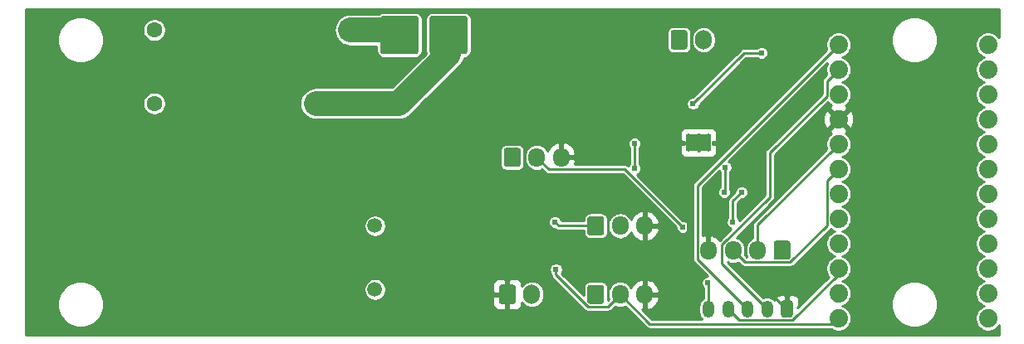
<source format=gbl>
G04 #@! TF.GenerationSoftware,KiCad,Pcbnew,(5.1.9)-1*
G04 #@! TF.CreationDate,2021-06-06T22:42:38-05:00*
G04 #@! TF.ProjectId,BoilerBot,426f696c-6572-4426-9f74-2e6b69636164,rev?*
G04 #@! TF.SameCoordinates,Original*
G04 #@! TF.FileFunction,Copper,L2,Bot*
G04 #@! TF.FilePolarity,Positive*
%FSLAX46Y46*%
G04 Gerber Fmt 4.6, Leading zero omitted, Abs format (unit mm)*
G04 Created by KiCad (PCBNEW (5.1.9)-1) date 2021-06-06 22:42:38*
%MOMM*%
%LPD*%
G01*
G04 APERTURE LIST*
G04 #@! TA.AperFunction,ComponentPad*
%ADD10O,1.700000X2.000000*%
G04 #@! TD*
G04 #@! TA.AperFunction,ComponentPad*
%ADD11C,2.500000*%
G04 #@! TD*
G04 #@! TA.AperFunction,ComponentPad*
%ADD12C,1.600000*%
G04 #@! TD*
G04 #@! TA.AperFunction,SMDPad,CuDef*
%ADD13R,2.500000X1.800000*%
G04 #@! TD*
G04 #@! TA.AperFunction,ComponentPad*
%ADD14C,0.500000*%
G04 #@! TD*
G04 #@! TA.AperFunction,ComponentPad*
%ADD15O,1.700000X1.950000*%
G04 #@! TD*
G04 #@! TA.AperFunction,ComponentPad*
%ADD16O,1.200000X1.750000*%
G04 #@! TD*
G04 #@! TA.AperFunction,ComponentPad*
%ADD17C,1.500000*%
G04 #@! TD*
G04 #@! TA.AperFunction,ComponentPad*
%ADD18C,1.879600*%
G04 #@! TD*
G04 #@! TA.AperFunction,ViaPad*
%ADD19C,0.609600*%
G04 #@! TD*
G04 #@! TA.AperFunction,Conductor*
%ADD20C,0.254000*%
G04 #@! TD*
G04 #@! TA.AperFunction,Conductor*
%ADD21C,2.540000*%
G04 #@! TD*
G04 #@! TA.AperFunction,Conductor*
%ADD22C,0.100000*%
G04 #@! TD*
G04 APERTURE END LIST*
G04 #@! TA.AperFunction,ComponentPad*
G36*
G01*
X114550000Y-52699999D02*
X114550000Y-49300001D01*
G75*
G02*
X114800001Y-49050000I250001J0D01*
G01*
X118199999Y-49050000D01*
G75*
G02*
X118450000Y-49300001I0J-250001D01*
G01*
X118450000Y-52699999D01*
G75*
G02*
X118199999Y-52950000I-250001J0D01*
G01*
X114800001Y-52950000D01*
G75*
G02*
X114550000Y-52699999I0J250001D01*
G01*
G37*
G04 #@! TD.AperFunction*
G04 #@! TA.AperFunction,ComponentPad*
G36*
G01*
X119550000Y-52699999D02*
X119550000Y-49300001D01*
G75*
G02*
X119800001Y-49050000I250001J0D01*
G01*
X123199999Y-49050000D01*
G75*
G02*
X123450000Y-49300001I0J-250001D01*
G01*
X123450000Y-52699999D01*
G75*
G02*
X123199999Y-52950000I-250001J0D01*
G01*
X119800001Y-52950000D01*
G75*
G02*
X119550000Y-52699999I0J250001D01*
G01*
G37*
G04 #@! TD.AperFunction*
D10*
X147500000Y-51500000D03*
G04 #@! TA.AperFunction,ComponentPad*
G36*
G01*
X144150000Y-52250000D02*
X144150000Y-50750000D01*
G75*
G02*
X144400000Y-50500000I250000J0D01*
G01*
X145600000Y-50500000D01*
G75*
G02*
X145850000Y-50750000I0J-250000D01*
G01*
X145850000Y-52250000D01*
G75*
G02*
X145600000Y-52500000I-250000J0D01*
G01*
X144400000Y-52500000D01*
G75*
G02*
X144150000Y-52250000I0J250000D01*
G01*
G37*
G04 #@! TD.AperFunction*
X130000000Y-77500000D03*
G04 #@! TA.AperFunction,ComponentPad*
G36*
G01*
X126650000Y-78250000D02*
X126650000Y-76750000D01*
G75*
G02*
X126900000Y-76500000I250000J0D01*
G01*
X128100000Y-76500000D01*
G75*
G02*
X128350000Y-76750000I0J-250000D01*
G01*
X128350000Y-78250000D01*
G75*
G02*
X128100000Y-78500000I-250000J0D01*
G01*
X126900000Y-78500000D01*
G75*
G02*
X126650000Y-78250000I0J250000D01*
G01*
G37*
G04 #@! TD.AperFunction*
D11*
X111500000Y-50500000D03*
X108000000Y-58000000D03*
D12*
X91500000Y-50500000D03*
X91500000Y-58000000D03*
D13*
X147000000Y-62000000D03*
D14*
X148000000Y-61350000D03*
X148000000Y-62650000D03*
X147000000Y-61350000D03*
X147000000Y-62650000D03*
X146000000Y-61350000D03*
X146000000Y-62650000D03*
D15*
X141500000Y-70500000D03*
X139000000Y-70500000D03*
G04 #@! TA.AperFunction,ComponentPad*
G36*
G01*
X135650000Y-71225000D02*
X135650000Y-69775000D01*
G75*
G02*
X135900000Y-69525000I250000J0D01*
G01*
X137100000Y-69525000D01*
G75*
G02*
X137350000Y-69775000I0J-250000D01*
G01*
X137350000Y-71225000D01*
G75*
G02*
X137100000Y-71475000I-250000J0D01*
G01*
X135900000Y-71475000D01*
G75*
G02*
X135650000Y-71225000I0J250000D01*
G01*
G37*
G04 #@! TD.AperFunction*
X148000000Y-73000000D03*
X150500000Y-73000000D03*
X153000000Y-73000000D03*
G04 #@! TA.AperFunction,ComponentPad*
G36*
G01*
X156350000Y-72275000D02*
X156350000Y-73725000D01*
G75*
G02*
X156100000Y-73975000I-250000J0D01*
G01*
X154900000Y-73975000D01*
G75*
G02*
X154650000Y-73725000I0J250000D01*
G01*
X154650000Y-72275000D01*
G75*
G02*
X154900000Y-72025000I250000J0D01*
G01*
X156100000Y-72025000D01*
G75*
G02*
X156350000Y-72275000I0J-250000D01*
G01*
G37*
G04 #@! TD.AperFunction*
X141500000Y-77500000D03*
X139000000Y-77500000D03*
G04 #@! TA.AperFunction,ComponentPad*
G36*
G01*
X135650000Y-78225000D02*
X135650000Y-76775000D01*
G75*
G02*
X135900000Y-76525000I250000J0D01*
G01*
X137100000Y-76525000D01*
G75*
G02*
X137350000Y-76775000I0J-250000D01*
G01*
X137350000Y-78225000D01*
G75*
G02*
X137100000Y-78475000I-250000J0D01*
G01*
X135900000Y-78475000D01*
G75*
G02*
X135650000Y-78225000I0J250000D01*
G01*
G37*
G04 #@! TD.AperFunction*
X133000000Y-63500000D03*
X130500000Y-63500000D03*
G04 #@! TA.AperFunction,ComponentPad*
G36*
G01*
X127150000Y-64225000D02*
X127150000Y-62775000D01*
G75*
G02*
X127400000Y-62525000I250000J0D01*
G01*
X128600000Y-62525000D01*
G75*
G02*
X128850000Y-62775000I0J-250000D01*
G01*
X128850000Y-64225000D01*
G75*
G02*
X128600000Y-64475000I-250000J0D01*
G01*
X127400000Y-64475000D01*
G75*
G02*
X127150000Y-64225000I0J250000D01*
G01*
G37*
G04 #@! TD.AperFunction*
D16*
X148000000Y-79000000D03*
X150000000Y-79000000D03*
X152000000Y-79000000D03*
X154000000Y-79000000D03*
G04 #@! TA.AperFunction,ComponentPad*
G36*
G01*
X156600000Y-78374999D02*
X156600000Y-79625001D01*
G75*
G02*
X156350001Y-79875000I-249999J0D01*
G01*
X155649999Y-79875000D01*
G75*
G02*
X155400000Y-79625001I0J249999D01*
G01*
X155400000Y-78374999D01*
G75*
G02*
X155649999Y-78125000I249999J0D01*
G01*
X156350001Y-78125000D01*
G75*
G02*
X156600000Y-78374999I0J-249999D01*
G01*
G37*
G04 #@! TD.AperFunction*
D17*
X114000000Y-77000000D03*
X114000000Y-70500000D03*
D18*
X176500000Y-52000000D03*
X176500000Y-54540000D03*
X176500000Y-57080000D03*
X176500000Y-59620000D03*
X176500000Y-62160000D03*
X176500000Y-64700000D03*
X176500000Y-67240000D03*
X176500000Y-69780000D03*
X176500000Y-72320000D03*
X176500000Y-74860000D03*
X176500000Y-77400000D03*
X176500000Y-79940000D03*
X161260000Y-79940000D03*
X161260000Y-77400000D03*
X161260000Y-74860000D03*
X161260000Y-72320000D03*
X161260000Y-69780000D03*
X161260000Y-67240000D03*
X161260000Y-64700000D03*
X161260000Y-62160000D03*
X161260000Y-59620000D03*
X161260000Y-57080000D03*
X161260000Y-54540000D03*
X161260000Y-52000000D03*
D19*
X147955000Y-76327000D03*
X151384000Y-67056000D03*
X150495000Y-70104000D03*
X132334000Y-70104000D03*
X140462000Y-62103000D03*
X140462000Y-64643000D03*
X132461000Y-74930000D03*
X145364200Y-70612000D03*
X91694000Y-71501000D03*
X132715000Y-59563000D03*
X145923000Y-66929000D03*
X145923000Y-73025000D03*
X151765000Y-75438000D03*
X149733000Y-64516000D03*
X149606000Y-67056000D03*
X146431000Y-58039000D03*
X153416000Y-52832000D03*
D20*
X148000000Y-76372000D02*
X147955000Y-76327000D01*
X148000000Y-79000000D02*
X148000000Y-76372000D01*
X150495000Y-67945000D02*
X150495000Y-70104000D01*
X151384000Y-67056000D02*
X150495000Y-67945000D01*
X132730000Y-70500000D02*
X136500000Y-70500000D01*
X132334000Y-70104000D02*
X132730000Y-70500000D01*
X140462000Y-62103000D02*
X140462000Y-64643000D01*
X161260000Y-75427780D02*
X161260000Y-74860000D01*
X156558770Y-80129010D02*
X161260000Y-75427780D01*
X151129010Y-80129010D02*
X156558770Y-80129010D01*
X150000000Y-79000000D02*
X151129010Y-80129010D01*
X160689980Y-80510020D02*
X161260000Y-79940000D01*
X142010020Y-80510020D02*
X160689980Y-80510020D01*
X139000000Y-77500000D02*
X142010020Y-80510020D01*
X137770990Y-78729010D02*
X139000000Y-77500000D01*
X135691230Y-78729010D02*
X137770990Y-78729010D01*
X132461000Y-75498780D02*
X135691230Y-78729010D01*
X132461000Y-74930000D02*
X132461000Y-75498780D01*
X139481210Y-64729010D02*
X145364200Y-70612000D01*
X131729010Y-64729010D02*
X139481210Y-64729010D01*
X130500000Y-63500000D02*
X131729010Y-64729010D01*
X160066199Y-65893801D02*
X161260000Y-64700000D01*
X160066199Y-70471581D02*
X160066199Y-65893801D01*
X156308770Y-74229010D02*
X160066199Y-70471581D01*
X151729010Y-74229010D02*
X156308770Y-74229010D01*
X150500000Y-73000000D02*
X151729010Y-74229010D01*
X153000000Y-70420000D02*
X161260000Y-62160000D01*
X153000000Y-73000000D02*
X153000000Y-70420000D01*
X145923000Y-66929000D02*
X145923000Y-73025000D01*
X152438000Y-75438000D02*
X151765000Y-75438000D01*
X156000000Y-79000000D02*
X152438000Y-75438000D01*
X149395990Y-72417705D02*
X154249695Y-67564000D01*
X149395990Y-74395990D02*
X149395990Y-72417705D01*
X154000000Y-79000000D02*
X149395990Y-74395990D01*
X160066199Y-55733801D02*
X161260000Y-54540000D01*
X160066199Y-57230801D02*
X160066199Y-55733801D01*
X154249695Y-63047305D02*
X160066199Y-57230801D01*
X154249695Y-67564000D02*
X154249695Y-63047305D01*
X146895990Y-66364010D02*
X161260000Y-52000000D01*
X146895990Y-73895990D02*
X146895990Y-66364010D01*
X152000000Y-79000000D02*
X146895990Y-73895990D01*
D21*
X121500000Y-52950000D02*
X121500000Y-51000000D01*
X116450000Y-58000000D02*
X121500000Y-52950000D01*
X108000000Y-58000000D02*
X116450000Y-58000000D01*
X116000000Y-50500000D02*
X116500000Y-51000000D01*
X111500000Y-50500000D02*
X116000000Y-50500000D01*
D20*
X149733000Y-66929000D02*
X149606000Y-67056000D01*
X149733000Y-64516000D02*
X149733000Y-66929000D01*
X151638000Y-52832000D02*
X153416000Y-52832000D01*
X146431000Y-58039000D02*
X151638000Y-52832000D01*
X177606300Y-51278317D02*
X177525933Y-51158039D01*
X177341961Y-50974067D01*
X177125634Y-50829522D01*
X176885263Y-50729957D01*
X176630087Y-50679200D01*
X176369913Y-50679200D01*
X176114737Y-50729957D01*
X175874366Y-50829522D01*
X175658039Y-50974067D01*
X175474067Y-51158039D01*
X175329522Y-51374366D01*
X175229957Y-51614737D01*
X175179200Y-51869913D01*
X175179200Y-52130087D01*
X175229957Y-52385263D01*
X175329522Y-52625634D01*
X175474067Y-52841961D01*
X175658039Y-53025933D01*
X175874366Y-53170478D01*
X176114633Y-53270000D01*
X175874366Y-53369522D01*
X175658039Y-53514067D01*
X175474067Y-53698039D01*
X175329522Y-53914366D01*
X175229957Y-54154737D01*
X175179200Y-54409913D01*
X175179200Y-54670087D01*
X175229957Y-54925263D01*
X175329522Y-55165634D01*
X175474067Y-55381961D01*
X175658039Y-55565933D01*
X175874366Y-55710478D01*
X176114633Y-55810000D01*
X175874366Y-55909522D01*
X175658039Y-56054067D01*
X175474067Y-56238039D01*
X175329522Y-56454366D01*
X175229957Y-56694737D01*
X175179200Y-56949913D01*
X175179200Y-57210087D01*
X175229957Y-57465263D01*
X175329522Y-57705634D01*
X175474067Y-57921961D01*
X175658039Y-58105933D01*
X175874366Y-58250478D01*
X176114633Y-58350000D01*
X175874366Y-58449522D01*
X175658039Y-58594067D01*
X175474067Y-58778039D01*
X175329522Y-58994366D01*
X175229957Y-59234737D01*
X175179200Y-59489913D01*
X175179200Y-59750087D01*
X175229957Y-60005263D01*
X175329522Y-60245634D01*
X175474067Y-60461961D01*
X175658039Y-60645933D01*
X175874366Y-60790478D01*
X176114633Y-60890000D01*
X175874366Y-60989522D01*
X175658039Y-61134067D01*
X175474067Y-61318039D01*
X175329522Y-61534366D01*
X175229957Y-61774737D01*
X175179200Y-62029913D01*
X175179200Y-62290087D01*
X175229957Y-62545263D01*
X175329522Y-62785634D01*
X175474067Y-63001961D01*
X175658039Y-63185933D01*
X175874366Y-63330478D01*
X176114633Y-63430000D01*
X175874366Y-63529522D01*
X175658039Y-63674067D01*
X175474067Y-63858039D01*
X175329522Y-64074366D01*
X175229957Y-64314737D01*
X175179200Y-64569913D01*
X175179200Y-64830087D01*
X175229957Y-65085263D01*
X175329522Y-65325634D01*
X175474067Y-65541961D01*
X175658039Y-65725933D01*
X175874366Y-65870478D01*
X176114633Y-65970000D01*
X175874366Y-66069522D01*
X175658039Y-66214067D01*
X175474067Y-66398039D01*
X175329522Y-66614366D01*
X175229957Y-66854737D01*
X175179200Y-67109913D01*
X175179200Y-67370087D01*
X175229957Y-67625263D01*
X175329522Y-67865634D01*
X175474067Y-68081961D01*
X175658039Y-68265933D01*
X175874366Y-68410478D01*
X176114633Y-68510000D01*
X175874366Y-68609522D01*
X175658039Y-68754067D01*
X175474067Y-68938039D01*
X175329522Y-69154366D01*
X175229957Y-69394737D01*
X175179200Y-69649913D01*
X175179200Y-69910087D01*
X175229957Y-70165263D01*
X175329522Y-70405634D01*
X175474067Y-70621961D01*
X175658039Y-70805933D01*
X175874366Y-70950478D01*
X176114633Y-71050000D01*
X175874366Y-71149522D01*
X175658039Y-71294067D01*
X175474067Y-71478039D01*
X175329522Y-71694366D01*
X175229957Y-71934737D01*
X175179200Y-72189913D01*
X175179200Y-72450087D01*
X175229957Y-72705263D01*
X175329522Y-72945634D01*
X175474067Y-73161961D01*
X175658039Y-73345933D01*
X175874366Y-73490478D01*
X176114633Y-73590000D01*
X175874366Y-73689522D01*
X175658039Y-73834067D01*
X175474067Y-74018039D01*
X175329522Y-74234366D01*
X175229957Y-74474737D01*
X175179200Y-74729913D01*
X175179200Y-74990087D01*
X175229957Y-75245263D01*
X175329522Y-75485634D01*
X175474067Y-75701961D01*
X175658039Y-75885933D01*
X175874366Y-76030478D01*
X176114633Y-76130000D01*
X175874366Y-76229522D01*
X175658039Y-76374067D01*
X175474067Y-76558039D01*
X175329522Y-76774366D01*
X175229957Y-77014737D01*
X175179200Y-77269913D01*
X175179200Y-77530087D01*
X175229957Y-77785263D01*
X175329522Y-78025634D01*
X175474067Y-78241961D01*
X175658039Y-78425933D01*
X175874366Y-78570478D01*
X176114633Y-78670000D01*
X175874366Y-78769522D01*
X175658039Y-78914067D01*
X175474067Y-79098039D01*
X175329522Y-79314366D01*
X175229957Y-79554737D01*
X175179200Y-79809913D01*
X175179200Y-80070087D01*
X175229957Y-80325263D01*
X175329522Y-80565634D01*
X175474067Y-80781961D01*
X175658039Y-80965933D01*
X175874366Y-81110478D01*
X176114737Y-81210043D01*
X176369913Y-81260800D01*
X176630087Y-81260800D01*
X176885263Y-81210043D01*
X177125634Y-81110478D01*
X177341961Y-80965933D01*
X177525933Y-80781961D01*
X177606301Y-80661682D01*
X177606301Y-81606300D01*
X78393700Y-81606300D01*
X78393700Y-78268317D01*
X81647682Y-78268317D01*
X81647682Y-78731683D01*
X81738080Y-79186146D01*
X81915403Y-79614240D01*
X82172835Y-79999515D01*
X82500485Y-80327165D01*
X82885760Y-80584597D01*
X83313854Y-80761920D01*
X83768317Y-80852318D01*
X84231683Y-80852318D01*
X84686146Y-80761920D01*
X85114240Y-80584597D01*
X85499515Y-80327165D01*
X85827165Y-79999515D01*
X86084597Y-79614240D01*
X86261920Y-79186146D01*
X86352318Y-78731683D01*
X86352318Y-78500000D01*
X126011928Y-78500000D01*
X126024188Y-78624482D01*
X126060498Y-78744180D01*
X126119463Y-78854494D01*
X126198815Y-78951185D01*
X126295506Y-79030537D01*
X126405820Y-79089502D01*
X126525518Y-79125812D01*
X126650000Y-79138072D01*
X127214250Y-79135000D01*
X127373000Y-78976250D01*
X127373000Y-77627000D01*
X126173750Y-77627000D01*
X126015000Y-77785750D01*
X126011928Y-78500000D01*
X86352318Y-78500000D01*
X86352318Y-78268317D01*
X86261920Y-77813854D01*
X86084597Y-77385760D01*
X85827165Y-77000485D01*
X85715286Y-76888606D01*
X112869000Y-76888606D01*
X112869000Y-77111394D01*
X112912464Y-77329900D01*
X112997721Y-77535729D01*
X113121495Y-77720970D01*
X113279030Y-77878505D01*
X113464271Y-78002279D01*
X113670100Y-78087536D01*
X113888606Y-78131000D01*
X114111394Y-78131000D01*
X114329900Y-78087536D01*
X114535729Y-78002279D01*
X114720970Y-77878505D01*
X114878505Y-77720970D01*
X115002279Y-77535729D01*
X115087536Y-77329900D01*
X115131000Y-77111394D01*
X115131000Y-76888606D01*
X115087536Y-76670100D01*
X115017079Y-76500000D01*
X126011928Y-76500000D01*
X126015000Y-77214250D01*
X126173750Y-77373000D01*
X127373000Y-77373000D01*
X127373000Y-76023750D01*
X127627000Y-76023750D01*
X127627000Y-77373000D01*
X127647000Y-77373000D01*
X127647000Y-77627000D01*
X127627000Y-77627000D01*
X127627000Y-78976250D01*
X127785750Y-79135000D01*
X128350000Y-79138072D01*
X128474482Y-79125812D01*
X128594180Y-79089502D01*
X128704494Y-79030537D01*
X128801185Y-78951185D01*
X128880537Y-78854494D01*
X128939502Y-78744180D01*
X128975812Y-78624482D01*
X128988072Y-78500000D01*
X128987455Y-78356646D01*
X129125341Y-78524660D01*
X129312785Y-78678491D01*
X129526638Y-78792798D01*
X129758683Y-78863188D01*
X130000000Y-78886956D01*
X130241318Y-78863188D01*
X130473363Y-78792798D01*
X130687216Y-78678491D01*
X130874660Y-78524660D01*
X131028491Y-78337215D01*
X131142798Y-78123362D01*
X131213188Y-77891317D01*
X131231000Y-77710471D01*
X131231000Y-77289528D01*
X131213188Y-77108682D01*
X131142798Y-76876637D01*
X131028491Y-76662784D01*
X130874660Y-76475340D01*
X130687215Y-76321509D01*
X130473362Y-76207202D01*
X130241317Y-76136812D01*
X130000000Y-76113044D01*
X129758682Y-76136812D01*
X129526637Y-76207202D01*
X129312784Y-76321509D01*
X129125340Y-76475340D01*
X128987455Y-76643354D01*
X128988072Y-76500000D01*
X128975812Y-76375518D01*
X128939502Y-76255820D01*
X128880537Y-76145506D01*
X128801185Y-76048815D01*
X128704494Y-75969463D01*
X128594180Y-75910498D01*
X128474482Y-75874188D01*
X128350000Y-75861928D01*
X127785750Y-75865000D01*
X127627000Y-76023750D01*
X127373000Y-76023750D01*
X127214250Y-75865000D01*
X126650000Y-75861928D01*
X126525518Y-75874188D01*
X126405820Y-75910498D01*
X126295506Y-75969463D01*
X126198815Y-76048815D01*
X126119463Y-76145506D01*
X126060498Y-76255820D01*
X126024188Y-76375518D01*
X126011928Y-76500000D01*
X115017079Y-76500000D01*
X115002279Y-76464271D01*
X114878505Y-76279030D01*
X114720970Y-76121495D01*
X114535729Y-75997721D01*
X114329900Y-75912464D01*
X114111394Y-75869000D01*
X113888606Y-75869000D01*
X113670100Y-75912464D01*
X113464271Y-75997721D01*
X113279030Y-76121495D01*
X113121495Y-76279030D01*
X112997721Y-76464271D01*
X112912464Y-76670100D01*
X112869000Y-76888606D01*
X85715286Y-76888606D01*
X85499515Y-76672835D01*
X85114240Y-76415403D01*
X84686146Y-76238080D01*
X84231683Y-76147682D01*
X83768317Y-76147682D01*
X83313854Y-76238080D01*
X82885760Y-76415403D01*
X82500485Y-76672835D01*
X82172835Y-77000485D01*
X81915403Y-77385760D01*
X81738080Y-77813854D01*
X81647682Y-78268317D01*
X78393700Y-78268317D01*
X78393700Y-74862455D01*
X131775200Y-74862455D01*
X131775200Y-74997545D01*
X131801555Y-75130040D01*
X131853252Y-75254848D01*
X131928305Y-75367172D01*
X131953001Y-75391868D01*
X131953001Y-75473826D01*
X131950543Y-75498780D01*
X131959473Y-75589445D01*
X131960352Y-75598365D01*
X131967863Y-75623125D01*
X131989400Y-75694123D01*
X132036571Y-75782375D01*
X132072662Y-75826352D01*
X132100053Y-75859728D01*
X132119430Y-75875630D01*
X135314380Y-79070581D01*
X135330282Y-79089958D01*
X135349659Y-79105860D01*
X135407634Y-79153439D01*
X135454806Y-79178653D01*
X135495887Y-79200611D01*
X135591645Y-79229659D01*
X135666283Y-79237010D01*
X135666285Y-79237010D01*
X135691229Y-79239467D01*
X135716173Y-79237010D01*
X137746046Y-79237010D01*
X137770990Y-79239467D01*
X137795934Y-79237010D01*
X137795937Y-79237010D01*
X137870575Y-79229659D01*
X137966333Y-79200611D01*
X138054585Y-79153439D01*
X138131938Y-79089958D01*
X138147845Y-79070575D01*
X138477100Y-78741320D01*
X138526638Y-78767798D01*
X138758683Y-78838188D01*
X139000000Y-78861956D01*
X139241318Y-78838188D01*
X139473363Y-78767798D01*
X139522900Y-78741320D01*
X141633170Y-80851591D01*
X141649072Y-80870968D01*
X141668449Y-80886870D01*
X141726424Y-80934449D01*
X141773596Y-80959663D01*
X141814677Y-80981621D01*
X141910435Y-81010669D01*
X141985073Y-81018020D01*
X141985075Y-81018020D01*
X142010019Y-81020477D01*
X142034963Y-81018020D01*
X160495993Y-81018020D01*
X160634366Y-81110478D01*
X160874737Y-81210043D01*
X161129913Y-81260800D01*
X161390087Y-81260800D01*
X161645263Y-81210043D01*
X161885634Y-81110478D01*
X162101961Y-80965933D01*
X162285933Y-80781961D01*
X162430478Y-80565634D01*
X162530043Y-80325263D01*
X162580800Y-80070087D01*
X162580800Y-79809913D01*
X162530043Y-79554737D01*
X162430478Y-79314366D01*
X162285933Y-79098039D01*
X162101961Y-78914067D01*
X161885634Y-78769522D01*
X161645367Y-78670000D01*
X161885634Y-78570478D01*
X162101961Y-78425933D01*
X162259577Y-78268317D01*
X166647682Y-78268317D01*
X166647682Y-78731683D01*
X166738080Y-79186146D01*
X166915403Y-79614240D01*
X167172835Y-79999515D01*
X167500485Y-80327165D01*
X167885760Y-80584597D01*
X168313854Y-80761920D01*
X168768317Y-80852318D01*
X169231683Y-80852318D01*
X169686146Y-80761920D01*
X170114240Y-80584597D01*
X170499515Y-80327165D01*
X170827165Y-79999515D01*
X171084597Y-79614240D01*
X171261920Y-79186146D01*
X171352318Y-78731683D01*
X171352318Y-78268317D01*
X171261920Y-77813854D01*
X171084597Y-77385760D01*
X170827165Y-77000485D01*
X170499515Y-76672835D01*
X170114240Y-76415403D01*
X169686146Y-76238080D01*
X169231683Y-76147682D01*
X168768317Y-76147682D01*
X168313854Y-76238080D01*
X167885760Y-76415403D01*
X167500485Y-76672835D01*
X167172835Y-77000485D01*
X166915403Y-77385760D01*
X166738080Y-77813854D01*
X166647682Y-78268317D01*
X162259577Y-78268317D01*
X162285933Y-78241961D01*
X162430478Y-78025634D01*
X162530043Y-77785263D01*
X162580800Y-77530087D01*
X162580800Y-77269913D01*
X162530043Y-77014737D01*
X162430478Y-76774366D01*
X162285933Y-76558039D01*
X162101961Y-76374067D01*
X161885634Y-76229522D01*
X161645367Y-76130000D01*
X161885634Y-76030478D01*
X162101961Y-75885933D01*
X162285933Y-75701961D01*
X162430478Y-75485634D01*
X162530043Y-75245263D01*
X162580800Y-74990087D01*
X162580800Y-74729913D01*
X162530043Y-74474737D01*
X162430478Y-74234366D01*
X162285933Y-74018039D01*
X162101961Y-73834067D01*
X161885634Y-73689522D01*
X161645367Y-73590000D01*
X161885634Y-73490478D01*
X162101961Y-73345933D01*
X162285933Y-73161961D01*
X162430478Y-72945634D01*
X162530043Y-72705263D01*
X162580800Y-72450087D01*
X162580800Y-72189913D01*
X162530043Y-71934737D01*
X162430478Y-71694366D01*
X162285933Y-71478039D01*
X162101961Y-71294067D01*
X161885634Y-71149522D01*
X161645367Y-71050000D01*
X161885634Y-70950478D01*
X162101961Y-70805933D01*
X162285933Y-70621961D01*
X162430478Y-70405634D01*
X162530043Y-70165263D01*
X162580800Y-69910087D01*
X162580800Y-69649913D01*
X162530043Y-69394737D01*
X162430478Y-69154366D01*
X162285933Y-68938039D01*
X162101961Y-68754067D01*
X161885634Y-68609522D01*
X161645367Y-68510000D01*
X161885634Y-68410478D01*
X162101961Y-68265933D01*
X162285933Y-68081961D01*
X162430478Y-67865634D01*
X162530043Y-67625263D01*
X162580800Y-67370087D01*
X162580800Y-67109913D01*
X162530043Y-66854737D01*
X162430478Y-66614366D01*
X162285933Y-66398039D01*
X162101961Y-66214067D01*
X161885634Y-66069522D01*
X161645367Y-65970000D01*
X161885634Y-65870478D01*
X162101961Y-65725933D01*
X162285933Y-65541961D01*
X162430478Y-65325634D01*
X162530043Y-65085263D01*
X162580800Y-64830087D01*
X162580800Y-64569913D01*
X162530043Y-64314737D01*
X162430478Y-64074366D01*
X162285933Y-63858039D01*
X162101961Y-63674067D01*
X161885634Y-63529522D01*
X161645367Y-63430000D01*
X161885634Y-63330478D01*
X162101961Y-63185933D01*
X162285933Y-63001961D01*
X162430478Y-62785634D01*
X162530043Y-62545263D01*
X162580800Y-62290087D01*
X162580800Y-62029913D01*
X162530043Y-61774737D01*
X162430478Y-61534366D01*
X162285933Y-61318039D01*
X162101961Y-61134067D01*
X161958330Y-61038096D01*
X162084377Y-60970723D01*
X162172871Y-60712476D01*
X161260000Y-59799605D01*
X160347129Y-60712476D01*
X160435623Y-60970723D01*
X160567332Y-61034313D01*
X160418039Y-61134067D01*
X160234067Y-61318039D01*
X160089522Y-61534366D01*
X159989957Y-61774737D01*
X159939200Y-62029913D01*
X159939200Y-62290087D01*
X159989957Y-62545263D01*
X160038682Y-62662897D01*
X152658430Y-70043150D01*
X152639053Y-70059052D01*
X152623151Y-70078429D01*
X152623150Y-70078430D01*
X152575571Y-70136405D01*
X152556789Y-70171545D01*
X152528400Y-70224657D01*
X152504133Y-70304656D01*
X152499352Y-70320416D01*
X152489543Y-70420000D01*
X152492001Y-70444954D01*
X152492000Y-71750716D01*
X152312785Y-71846509D01*
X152125341Y-72000340D01*
X151971509Y-72187784D01*
X151857202Y-72401637D01*
X151786812Y-72633682D01*
X151769000Y-72814528D01*
X151769000Y-73185471D01*
X151786812Y-73366317D01*
X151857202Y-73598362D01*
X151903616Y-73685196D01*
X151683292Y-73464872D01*
X151713188Y-73366318D01*
X151731000Y-73185472D01*
X151731000Y-72814529D01*
X151713188Y-72633683D01*
X151642798Y-72401638D01*
X151528491Y-72187785D01*
X151374660Y-72000340D01*
X151187216Y-71846509D01*
X150973363Y-71732202D01*
X150840283Y-71691833D01*
X154591266Y-67940850D01*
X154610643Y-67924948D01*
X154629319Y-67902190D01*
X154674124Y-67847596D01*
X154721295Y-67759345D01*
X154721296Y-67759342D01*
X154750344Y-67663585D01*
X154757695Y-67588947D01*
X154757695Y-67588945D01*
X154760152Y-67564001D01*
X154757695Y-67539057D01*
X154757695Y-63257725D01*
X158330443Y-59684977D01*
X159678916Y-59684977D01*
X159721973Y-59992184D01*
X159824135Y-60285086D01*
X159909277Y-60444377D01*
X160167524Y-60532871D01*
X161080395Y-59620000D01*
X161439605Y-59620000D01*
X162352476Y-60532871D01*
X162610723Y-60444377D01*
X162745597Y-60165024D01*
X162823381Y-59864725D01*
X162841084Y-59555023D01*
X162798027Y-59247816D01*
X162695865Y-58954914D01*
X162610723Y-58795623D01*
X162352476Y-58707129D01*
X161439605Y-59620000D01*
X161080395Y-59620000D01*
X160167524Y-58707129D01*
X159909277Y-58795623D01*
X159774403Y-59074976D01*
X159696619Y-59375275D01*
X159678916Y-59684977D01*
X158330443Y-59684977D01*
X160177747Y-57837673D01*
X160234067Y-57921961D01*
X160418039Y-58105933D01*
X160561670Y-58201904D01*
X160435623Y-58269277D01*
X160347129Y-58527524D01*
X161260000Y-59440395D01*
X162172871Y-58527524D01*
X162084377Y-58269277D01*
X161952668Y-58205687D01*
X162101961Y-58105933D01*
X162285933Y-57921961D01*
X162430478Y-57705634D01*
X162530043Y-57465263D01*
X162580800Y-57210087D01*
X162580800Y-56949913D01*
X162530043Y-56694737D01*
X162430478Y-56454366D01*
X162285933Y-56238039D01*
X162101961Y-56054067D01*
X161885634Y-55909522D01*
X161645367Y-55810000D01*
X161885634Y-55710478D01*
X162101961Y-55565933D01*
X162285933Y-55381961D01*
X162430478Y-55165634D01*
X162530043Y-54925263D01*
X162580800Y-54670087D01*
X162580800Y-54409913D01*
X162530043Y-54154737D01*
X162430478Y-53914366D01*
X162285933Y-53698039D01*
X162101961Y-53514067D01*
X161885634Y-53369522D01*
X161645367Y-53270000D01*
X161885634Y-53170478D01*
X162101961Y-53025933D01*
X162285933Y-52841961D01*
X162430478Y-52625634D01*
X162530043Y-52385263D01*
X162580800Y-52130087D01*
X162580800Y-51869913D01*
X162530043Y-51614737D01*
X162430478Y-51374366D01*
X162359619Y-51268317D01*
X166647682Y-51268317D01*
X166647682Y-51731683D01*
X166738080Y-52186146D01*
X166915403Y-52614240D01*
X167172835Y-52999515D01*
X167500485Y-53327165D01*
X167885760Y-53584597D01*
X168313854Y-53761920D01*
X168768317Y-53852318D01*
X169231683Y-53852318D01*
X169686146Y-53761920D01*
X170114240Y-53584597D01*
X170499515Y-53327165D01*
X170827165Y-52999515D01*
X171084597Y-52614240D01*
X171261920Y-52186146D01*
X171352318Y-51731683D01*
X171352318Y-51268317D01*
X171261920Y-50813854D01*
X171084597Y-50385760D01*
X170827165Y-50000485D01*
X170499515Y-49672835D01*
X170114240Y-49415403D01*
X169686146Y-49238080D01*
X169231683Y-49147682D01*
X168768317Y-49147682D01*
X168313854Y-49238080D01*
X167885760Y-49415403D01*
X167500485Y-49672835D01*
X167172835Y-50000485D01*
X166915403Y-50385760D01*
X166738080Y-50813854D01*
X166647682Y-51268317D01*
X162359619Y-51268317D01*
X162285933Y-51158039D01*
X162101961Y-50974067D01*
X161885634Y-50829522D01*
X161645263Y-50729957D01*
X161390087Y-50679200D01*
X161129913Y-50679200D01*
X160874737Y-50729957D01*
X160634366Y-50829522D01*
X160418039Y-50974067D01*
X160234067Y-51158039D01*
X160089522Y-51374366D01*
X159989957Y-51614737D01*
X159939200Y-51869913D01*
X159939200Y-52130087D01*
X159989957Y-52385263D01*
X160038683Y-52502897D01*
X146554420Y-65987160D01*
X146535043Y-66003062D01*
X146519141Y-66022439D01*
X146519140Y-66022440D01*
X146471561Y-66080415D01*
X146424390Y-66168667D01*
X146398278Y-66254748D01*
X146395342Y-66264426D01*
X146385533Y-66364010D01*
X146387991Y-66388964D01*
X146387990Y-73871046D01*
X146385533Y-73895990D01*
X146387990Y-73920934D01*
X146387990Y-73920936D01*
X146395341Y-73995574D01*
X146424389Y-74091332D01*
X146471561Y-74179585D01*
X146535042Y-74256938D01*
X146554425Y-74272845D01*
X147922780Y-75641200D01*
X147887455Y-75641200D01*
X147754960Y-75667555D01*
X147630152Y-75719252D01*
X147517828Y-75794305D01*
X147422305Y-75889828D01*
X147347252Y-76002152D01*
X147295555Y-76126960D01*
X147269200Y-76259455D01*
X147269200Y-76394545D01*
X147295555Y-76527040D01*
X147347252Y-76651848D01*
X147422305Y-76764172D01*
X147492001Y-76833868D01*
X147492000Y-77884188D01*
X147452350Y-77905382D01*
X147302973Y-78027972D01*
X147180383Y-78177349D01*
X147089289Y-78347771D01*
X147033195Y-78532690D01*
X147019000Y-78676813D01*
X147019000Y-79323186D01*
X147033195Y-79467309D01*
X147089289Y-79652228D01*
X147180382Y-79822651D01*
X147302972Y-79972028D01*
X147339518Y-80002020D01*
X142220441Y-80002020D01*
X141235918Y-79017498D01*
X141373000Y-78945155D01*
X141373000Y-77627000D01*
X141627000Y-77627000D01*
X141627000Y-78945155D01*
X141856890Y-79066476D01*
X142119858Y-78974352D01*
X142371193Y-78827496D01*
X142589049Y-78634429D01*
X142765053Y-78402570D01*
X142892442Y-78140830D01*
X142966320Y-77859267D01*
X142826165Y-77627000D01*
X141627000Y-77627000D01*
X141373000Y-77627000D01*
X141353000Y-77627000D01*
X141353000Y-77373000D01*
X141373000Y-77373000D01*
X141373000Y-76054845D01*
X141627000Y-76054845D01*
X141627000Y-77373000D01*
X142826165Y-77373000D01*
X142966320Y-77140733D01*
X142892442Y-76859170D01*
X142765053Y-76597430D01*
X142589049Y-76365571D01*
X142371193Y-76172504D01*
X142119858Y-76025648D01*
X141856890Y-75933524D01*
X141627000Y-76054845D01*
X141373000Y-76054845D01*
X141143110Y-75933524D01*
X140880142Y-76025648D01*
X140628807Y-76172504D01*
X140410951Y-76365571D01*
X140234947Y-76597430D01*
X140113535Y-76846890D01*
X140028491Y-76687784D01*
X139874660Y-76500340D01*
X139687215Y-76346509D01*
X139473362Y-76232202D01*
X139241317Y-76161812D01*
X139000000Y-76138044D01*
X138758682Y-76161812D01*
X138526637Y-76232202D01*
X138312784Y-76346509D01*
X138125340Y-76500340D01*
X137971509Y-76687785D01*
X137857202Y-76901638D01*
X137786812Y-77133683D01*
X137769000Y-77314529D01*
X137769000Y-77685472D01*
X137786812Y-77866318D01*
X137816708Y-77964872D01*
X137732843Y-78048737D01*
X137732843Y-76775000D01*
X137720683Y-76651538D01*
X137684671Y-76532821D01*
X137626190Y-76423411D01*
X137547488Y-76327512D01*
X137451589Y-76248810D01*
X137342179Y-76190329D01*
X137223462Y-76154317D01*
X137100000Y-76142157D01*
X135900000Y-76142157D01*
X135776538Y-76154317D01*
X135657821Y-76190329D01*
X135548411Y-76248810D01*
X135452512Y-76327512D01*
X135373810Y-76423411D01*
X135315329Y-76532821D01*
X135279317Y-76651538D01*
X135267157Y-76775000D01*
X135267157Y-77586516D01*
X133015371Y-75334731D01*
X133068748Y-75254848D01*
X133120445Y-75130040D01*
X133146800Y-74997545D01*
X133146800Y-74862455D01*
X133120445Y-74729960D01*
X133068748Y-74605152D01*
X132993695Y-74492828D01*
X132898172Y-74397305D01*
X132785848Y-74322252D01*
X132661040Y-74270555D01*
X132528545Y-74244200D01*
X132393455Y-74244200D01*
X132260960Y-74270555D01*
X132136152Y-74322252D01*
X132023828Y-74397305D01*
X131928305Y-74492828D01*
X131853252Y-74605152D01*
X131801555Y-74729960D01*
X131775200Y-74862455D01*
X78393700Y-74862455D01*
X78393700Y-70388606D01*
X112869000Y-70388606D01*
X112869000Y-70611394D01*
X112912464Y-70829900D01*
X112997721Y-71035729D01*
X113121495Y-71220970D01*
X113279030Y-71378505D01*
X113464271Y-71502279D01*
X113670100Y-71587536D01*
X113888606Y-71631000D01*
X114111394Y-71631000D01*
X114329900Y-71587536D01*
X114535729Y-71502279D01*
X114720970Y-71378505D01*
X114878505Y-71220970D01*
X115002279Y-71035729D01*
X115087536Y-70829900D01*
X115131000Y-70611394D01*
X115131000Y-70388606D01*
X115087536Y-70170100D01*
X115032179Y-70036455D01*
X131648200Y-70036455D01*
X131648200Y-70171545D01*
X131674555Y-70304040D01*
X131726252Y-70428848D01*
X131801305Y-70541172D01*
X131896828Y-70636695D01*
X132009152Y-70711748D01*
X132133960Y-70763445D01*
X132266455Y-70789800D01*
X132301380Y-70789800D01*
X132353145Y-70841565D01*
X132369052Y-70860948D01*
X132446405Y-70924429D01*
X132534657Y-70971601D01*
X132630415Y-71000649D01*
X132705053Y-71008000D01*
X132705056Y-71008000D01*
X132730000Y-71010457D01*
X132754944Y-71008000D01*
X135267157Y-71008000D01*
X135267157Y-71225000D01*
X135279317Y-71348462D01*
X135315329Y-71467179D01*
X135373810Y-71576589D01*
X135452512Y-71672488D01*
X135548411Y-71751190D01*
X135657821Y-71809671D01*
X135776538Y-71845683D01*
X135900000Y-71857843D01*
X137100000Y-71857843D01*
X137223462Y-71845683D01*
X137342179Y-71809671D01*
X137451589Y-71751190D01*
X137547488Y-71672488D01*
X137626190Y-71576589D01*
X137684671Y-71467179D01*
X137720683Y-71348462D01*
X137732843Y-71225000D01*
X137732843Y-70314529D01*
X137769000Y-70314529D01*
X137769000Y-70685472D01*
X137786812Y-70866318D01*
X137857202Y-71098363D01*
X137971509Y-71312216D01*
X138125341Y-71499660D01*
X138312785Y-71653491D01*
X138526638Y-71767798D01*
X138758683Y-71838188D01*
X139000000Y-71861956D01*
X139241318Y-71838188D01*
X139473363Y-71767798D01*
X139687216Y-71653491D01*
X139874660Y-71499660D01*
X140028491Y-71312215D01*
X140113535Y-71153110D01*
X140234947Y-71402570D01*
X140410951Y-71634429D01*
X140628807Y-71827496D01*
X140880142Y-71974352D01*
X141143110Y-72066476D01*
X141373000Y-71945155D01*
X141373000Y-70627000D01*
X141627000Y-70627000D01*
X141627000Y-71945155D01*
X141856890Y-72066476D01*
X142119858Y-71974352D01*
X142371193Y-71827496D01*
X142589049Y-71634429D01*
X142765053Y-71402570D01*
X142892442Y-71140830D01*
X142966320Y-70859267D01*
X142826165Y-70627000D01*
X141627000Y-70627000D01*
X141373000Y-70627000D01*
X141353000Y-70627000D01*
X141353000Y-70373000D01*
X141373000Y-70373000D01*
X141373000Y-69054845D01*
X141627000Y-69054845D01*
X141627000Y-70373000D01*
X142826165Y-70373000D01*
X142966320Y-70140733D01*
X142892442Y-69859170D01*
X142765053Y-69597430D01*
X142589049Y-69365571D01*
X142371193Y-69172504D01*
X142119858Y-69025648D01*
X141856890Y-68933524D01*
X141627000Y-69054845D01*
X141373000Y-69054845D01*
X141143110Y-68933524D01*
X140880142Y-69025648D01*
X140628807Y-69172504D01*
X140410951Y-69365571D01*
X140234947Y-69597430D01*
X140113535Y-69846890D01*
X140028491Y-69687784D01*
X139874660Y-69500340D01*
X139687215Y-69346509D01*
X139473362Y-69232202D01*
X139241317Y-69161812D01*
X139000000Y-69138044D01*
X138758682Y-69161812D01*
X138526637Y-69232202D01*
X138312784Y-69346509D01*
X138125340Y-69500340D01*
X137971509Y-69687785D01*
X137857202Y-69901638D01*
X137786812Y-70133683D01*
X137769000Y-70314529D01*
X137732843Y-70314529D01*
X137732843Y-69775000D01*
X137720683Y-69651538D01*
X137684671Y-69532821D01*
X137626190Y-69423411D01*
X137547488Y-69327512D01*
X137451589Y-69248810D01*
X137342179Y-69190329D01*
X137223462Y-69154317D01*
X137100000Y-69142157D01*
X135900000Y-69142157D01*
X135776538Y-69154317D01*
X135657821Y-69190329D01*
X135548411Y-69248810D01*
X135452512Y-69327512D01*
X135373810Y-69423411D01*
X135315329Y-69532821D01*
X135279317Y-69651538D01*
X135267157Y-69775000D01*
X135267157Y-69992000D01*
X133010957Y-69992000D01*
X132993445Y-69903960D01*
X132941748Y-69779152D01*
X132866695Y-69666828D01*
X132771172Y-69571305D01*
X132658848Y-69496252D01*
X132534040Y-69444555D01*
X132401545Y-69418200D01*
X132266455Y-69418200D01*
X132133960Y-69444555D01*
X132009152Y-69496252D01*
X131896828Y-69571305D01*
X131801305Y-69666828D01*
X131726252Y-69779152D01*
X131674555Y-69903960D01*
X131648200Y-70036455D01*
X115032179Y-70036455D01*
X115002279Y-69964271D01*
X114878505Y-69779030D01*
X114720970Y-69621495D01*
X114535729Y-69497721D01*
X114329900Y-69412464D01*
X114111394Y-69369000D01*
X113888606Y-69369000D01*
X113670100Y-69412464D01*
X113464271Y-69497721D01*
X113279030Y-69621495D01*
X113121495Y-69779030D01*
X112997721Y-69964271D01*
X112912464Y-70170100D01*
X112869000Y-70388606D01*
X78393700Y-70388606D01*
X78393700Y-62775000D01*
X126767157Y-62775000D01*
X126767157Y-64225000D01*
X126779317Y-64348462D01*
X126815329Y-64467179D01*
X126873810Y-64576589D01*
X126952512Y-64672488D01*
X127048411Y-64751190D01*
X127157821Y-64809671D01*
X127276538Y-64845683D01*
X127400000Y-64857843D01*
X128600000Y-64857843D01*
X128723462Y-64845683D01*
X128842179Y-64809671D01*
X128951589Y-64751190D01*
X129047488Y-64672488D01*
X129126190Y-64576589D01*
X129184671Y-64467179D01*
X129220683Y-64348462D01*
X129232843Y-64225000D01*
X129232843Y-63314529D01*
X129269000Y-63314529D01*
X129269000Y-63685472D01*
X129286812Y-63866318D01*
X129357202Y-64098363D01*
X129471509Y-64312216D01*
X129625341Y-64499660D01*
X129812785Y-64653491D01*
X130026638Y-64767798D01*
X130258683Y-64838188D01*
X130500000Y-64861956D01*
X130741318Y-64838188D01*
X130973363Y-64767798D01*
X131022900Y-64741320D01*
X131352155Y-65070575D01*
X131368062Y-65089958D01*
X131445415Y-65153439D01*
X131533667Y-65200611D01*
X131629425Y-65229659D01*
X131704063Y-65237010D01*
X131704066Y-65237010D01*
X131729010Y-65239467D01*
X131753954Y-65237010D01*
X139270790Y-65237010D01*
X144678400Y-70644621D01*
X144678400Y-70679545D01*
X144704755Y-70812040D01*
X144756452Y-70936848D01*
X144831505Y-71049172D01*
X144927028Y-71144695D01*
X145039352Y-71219748D01*
X145164160Y-71271445D01*
X145296655Y-71297800D01*
X145431745Y-71297800D01*
X145564240Y-71271445D01*
X145689048Y-71219748D01*
X145801372Y-71144695D01*
X145896895Y-71049172D01*
X145971948Y-70936848D01*
X146023645Y-70812040D01*
X146050000Y-70679545D01*
X146050000Y-70544455D01*
X146023645Y-70411960D01*
X145971948Y-70287152D01*
X145896895Y-70174828D01*
X145801372Y-70079305D01*
X145689048Y-70004252D01*
X145564240Y-69952555D01*
X145431745Y-69926200D01*
X145396821Y-69926200D01*
X140740547Y-65269927D01*
X140786848Y-65250748D01*
X140899172Y-65175695D01*
X140994695Y-65080172D01*
X141069748Y-64967848D01*
X141121445Y-64843040D01*
X141147800Y-64710545D01*
X141147800Y-64575455D01*
X141121445Y-64442960D01*
X141069748Y-64318152D01*
X140994695Y-64205828D01*
X140970000Y-64181133D01*
X140970000Y-62564867D01*
X140994695Y-62540172D01*
X141069748Y-62427848D01*
X141121445Y-62303040D01*
X141147800Y-62170545D01*
X141147800Y-62035455D01*
X141121445Y-61902960D01*
X141069748Y-61778152D01*
X140994695Y-61665828D01*
X140899172Y-61570305D01*
X140786848Y-61495252D01*
X140662040Y-61443555D01*
X140529545Y-61417200D01*
X140394455Y-61417200D01*
X140261960Y-61443555D01*
X140137152Y-61495252D01*
X140024828Y-61570305D01*
X139929305Y-61665828D01*
X139854252Y-61778152D01*
X139802555Y-61902960D01*
X139776200Y-62035455D01*
X139776200Y-62170545D01*
X139802555Y-62303040D01*
X139854252Y-62427848D01*
X139929305Y-62540172D01*
X139954000Y-62564867D01*
X139954001Y-64181132D01*
X139929305Y-64205828D01*
X139854252Y-64318152D01*
X139835755Y-64362807D01*
X139764805Y-64304581D01*
X139676553Y-64257409D01*
X139580795Y-64228361D01*
X139506157Y-64221010D01*
X139506154Y-64221010D01*
X139481210Y-64218553D01*
X139456266Y-64221010D01*
X134353418Y-64221010D01*
X134392442Y-64140830D01*
X134466320Y-63859267D01*
X134326165Y-63627000D01*
X133127000Y-63627000D01*
X133127000Y-63647000D01*
X132873000Y-63647000D01*
X132873000Y-63627000D01*
X132853000Y-63627000D01*
X132853000Y-63373000D01*
X132873000Y-63373000D01*
X132873000Y-62054845D01*
X133127000Y-62054845D01*
X133127000Y-63373000D01*
X134326165Y-63373000D01*
X134466320Y-63140733D01*
X134392442Y-62859170D01*
X134265053Y-62597430D01*
X134089049Y-62365571D01*
X133871193Y-62172504D01*
X133619858Y-62025648D01*
X133356890Y-61933524D01*
X133127000Y-62054845D01*
X132873000Y-62054845D01*
X132643110Y-61933524D01*
X132380142Y-62025648D01*
X132128807Y-62172504D01*
X131910951Y-62365571D01*
X131734947Y-62597430D01*
X131613535Y-62846890D01*
X131528491Y-62687784D01*
X131374660Y-62500340D01*
X131187215Y-62346509D01*
X130973362Y-62232202D01*
X130741317Y-62161812D01*
X130500000Y-62138044D01*
X130258682Y-62161812D01*
X130026637Y-62232202D01*
X129812784Y-62346509D01*
X129625340Y-62500340D01*
X129471509Y-62687785D01*
X129357202Y-62901638D01*
X129286812Y-63133683D01*
X129269000Y-63314529D01*
X129232843Y-63314529D01*
X129232843Y-62775000D01*
X129220683Y-62651538D01*
X129184671Y-62532821D01*
X129126190Y-62423411D01*
X129047488Y-62327512D01*
X128951589Y-62248810D01*
X128842179Y-62190329D01*
X128723462Y-62154317D01*
X128600000Y-62142157D01*
X127400000Y-62142157D01*
X127276538Y-62154317D01*
X127157821Y-62190329D01*
X127048411Y-62248810D01*
X126952512Y-62327512D01*
X126873810Y-62423411D01*
X126815329Y-62532821D01*
X126779317Y-62651538D01*
X126767157Y-62775000D01*
X78393700Y-62775000D01*
X78393700Y-61100000D01*
X145111928Y-61100000D01*
X145115000Y-61714250D01*
X145273750Y-61873000D01*
X145581658Y-61873000D01*
X145580141Y-61943807D01*
X145577784Y-61946164D01*
X145578937Y-62000000D01*
X145577784Y-62053836D01*
X145580141Y-62056193D01*
X145581658Y-62127000D01*
X145273750Y-62127000D01*
X145115000Y-62285750D01*
X145111928Y-62900000D01*
X145124188Y-63024482D01*
X145160498Y-63144180D01*
X145219463Y-63254494D01*
X145298815Y-63351185D01*
X145395506Y-63430537D01*
X145505820Y-63489502D01*
X145625518Y-63525812D01*
X145750000Y-63538072D01*
X146714250Y-63535000D01*
X146747106Y-63502144D01*
X146913998Y-63535113D01*
X147088328Y-63534884D01*
X147252711Y-63501961D01*
X147285750Y-63535000D01*
X148250000Y-63538072D01*
X148374482Y-63525812D01*
X148494180Y-63489502D01*
X148604494Y-63430537D01*
X148701185Y-63351185D01*
X148780537Y-63254494D01*
X148839502Y-63144180D01*
X148875812Y-63024482D01*
X148888072Y-62900000D01*
X148885000Y-62285750D01*
X148726250Y-62127000D01*
X148418342Y-62127000D01*
X148419859Y-62056193D01*
X148422216Y-62053836D01*
X148421063Y-62000000D01*
X148422216Y-61946164D01*
X148419859Y-61943807D01*
X148418342Y-61873000D01*
X148726250Y-61873000D01*
X148885000Y-61714250D01*
X148888072Y-61100000D01*
X148875812Y-60975518D01*
X148839502Y-60855820D01*
X148780537Y-60745506D01*
X148701185Y-60648815D01*
X148604494Y-60569463D01*
X148494180Y-60510498D01*
X148374482Y-60474188D01*
X148250000Y-60461928D01*
X147285750Y-60465000D01*
X147252894Y-60497856D01*
X147086002Y-60464887D01*
X146911672Y-60465116D01*
X146747289Y-60498039D01*
X146714250Y-60465000D01*
X145750000Y-60461928D01*
X145625518Y-60474188D01*
X145505820Y-60510498D01*
X145395506Y-60569463D01*
X145298815Y-60648815D01*
X145219463Y-60745506D01*
X145160498Y-60855820D01*
X145124188Y-60975518D01*
X145111928Y-61100000D01*
X78393700Y-61100000D01*
X78393700Y-57883682D01*
X90319000Y-57883682D01*
X90319000Y-58116318D01*
X90364386Y-58344485D01*
X90453412Y-58559413D01*
X90582658Y-58752843D01*
X90747157Y-58917342D01*
X90940587Y-59046588D01*
X91155515Y-59135614D01*
X91383682Y-59181000D01*
X91616318Y-59181000D01*
X91844485Y-59135614D01*
X92059413Y-59046588D01*
X92252843Y-58917342D01*
X92417342Y-58752843D01*
X92546588Y-58559413D01*
X92635614Y-58344485D01*
X92681000Y-58116318D01*
X92681000Y-58000000D01*
X106341012Y-58000000D01*
X106372889Y-58323653D01*
X106467295Y-58634867D01*
X106620602Y-58921684D01*
X106826918Y-59173082D01*
X107078316Y-59379398D01*
X107365133Y-59532705D01*
X107676347Y-59627111D01*
X107918896Y-59651000D01*
X116368899Y-59651000D01*
X116450000Y-59658988D01*
X116531101Y-59651000D01*
X116531104Y-59651000D01*
X116773653Y-59627111D01*
X117084867Y-59532705D01*
X117371684Y-59379398D01*
X117623082Y-59173082D01*
X117674787Y-59110079D01*
X118813411Y-57971455D01*
X145745200Y-57971455D01*
X145745200Y-58106545D01*
X145771555Y-58239040D01*
X145823252Y-58363848D01*
X145898305Y-58476172D01*
X145993828Y-58571695D01*
X146106152Y-58646748D01*
X146230960Y-58698445D01*
X146363455Y-58724800D01*
X146498545Y-58724800D01*
X146631040Y-58698445D01*
X146755848Y-58646748D01*
X146868172Y-58571695D01*
X146963695Y-58476172D01*
X147038748Y-58363848D01*
X147090445Y-58239040D01*
X147116800Y-58106545D01*
X147116800Y-58071620D01*
X151848421Y-53340000D01*
X152954133Y-53340000D01*
X152978828Y-53364695D01*
X153091152Y-53439748D01*
X153215960Y-53491445D01*
X153348455Y-53517800D01*
X153483545Y-53517800D01*
X153616040Y-53491445D01*
X153740848Y-53439748D01*
X153853172Y-53364695D01*
X153948695Y-53269172D01*
X154023748Y-53156848D01*
X154075445Y-53032040D01*
X154101800Y-52899545D01*
X154101800Y-52764455D01*
X154075445Y-52631960D01*
X154023748Y-52507152D01*
X153948695Y-52394828D01*
X153853172Y-52299305D01*
X153740848Y-52224252D01*
X153616040Y-52172555D01*
X153483545Y-52146200D01*
X153348455Y-52146200D01*
X153215960Y-52172555D01*
X153091152Y-52224252D01*
X152978828Y-52299305D01*
X152954133Y-52324000D01*
X151662943Y-52324000D01*
X151637999Y-52321543D01*
X151613055Y-52324000D01*
X151613053Y-52324000D01*
X151538415Y-52331351D01*
X151442657Y-52360399D01*
X151418218Y-52373462D01*
X151354404Y-52407571D01*
X151299810Y-52452376D01*
X151277052Y-52471052D01*
X151261150Y-52490429D01*
X146398380Y-57353200D01*
X146363455Y-57353200D01*
X146230960Y-57379555D01*
X146106152Y-57431252D01*
X145993828Y-57506305D01*
X145898305Y-57601828D01*
X145823252Y-57714152D01*
X145771555Y-57838960D01*
X145745200Y-57971455D01*
X118813411Y-57971455D01*
X122610086Y-54174781D01*
X122673082Y-54123082D01*
X122749847Y-54029543D01*
X122879398Y-53871685D01*
X123032704Y-53584868D01*
X123032705Y-53584867D01*
X123109156Y-53332843D01*
X123199999Y-53332843D01*
X123323461Y-53320683D01*
X123442178Y-53284671D01*
X123551588Y-53226190D01*
X123647487Y-53147487D01*
X123726190Y-53051588D01*
X123784671Y-52942178D01*
X123820683Y-52823461D01*
X123832843Y-52699999D01*
X123832843Y-50750000D01*
X143767157Y-50750000D01*
X143767157Y-52250000D01*
X143779317Y-52373462D01*
X143815329Y-52492179D01*
X143873810Y-52601589D01*
X143952512Y-52697488D01*
X144048411Y-52776190D01*
X144157821Y-52834671D01*
X144276538Y-52870683D01*
X144400000Y-52882843D01*
X145600000Y-52882843D01*
X145723462Y-52870683D01*
X145842179Y-52834671D01*
X145951589Y-52776190D01*
X146047488Y-52697488D01*
X146126190Y-52601589D01*
X146184671Y-52492179D01*
X146220683Y-52373462D01*
X146232843Y-52250000D01*
X146232843Y-51289529D01*
X146269000Y-51289529D01*
X146269000Y-51710472D01*
X146286812Y-51891318D01*
X146357202Y-52123363D01*
X146471510Y-52337216D01*
X146625341Y-52524660D01*
X146812785Y-52678491D01*
X147026638Y-52792798D01*
X147258683Y-52863188D01*
X147500000Y-52886956D01*
X147741318Y-52863188D01*
X147973363Y-52792798D01*
X148187216Y-52678491D01*
X148374660Y-52524660D01*
X148528491Y-52337215D01*
X148642798Y-52123362D01*
X148713188Y-51891317D01*
X148731000Y-51710471D01*
X148731000Y-51289528D01*
X148713188Y-51108682D01*
X148642798Y-50876637D01*
X148528491Y-50662784D01*
X148374660Y-50475340D01*
X148187215Y-50321509D01*
X147973362Y-50207202D01*
X147741317Y-50136812D01*
X147500000Y-50113044D01*
X147258682Y-50136812D01*
X147026637Y-50207202D01*
X146812784Y-50321509D01*
X146625340Y-50475340D01*
X146471509Y-50662785D01*
X146357202Y-50876638D01*
X146286812Y-51108683D01*
X146269000Y-51289529D01*
X146232843Y-51289529D01*
X146232843Y-50750000D01*
X146220683Y-50626538D01*
X146184671Y-50507821D01*
X146126190Y-50398411D01*
X146047488Y-50302512D01*
X145951589Y-50223810D01*
X145842179Y-50165329D01*
X145723462Y-50129317D01*
X145600000Y-50117157D01*
X144400000Y-50117157D01*
X144276538Y-50129317D01*
X144157821Y-50165329D01*
X144048411Y-50223810D01*
X143952512Y-50302512D01*
X143873810Y-50398411D01*
X143815329Y-50507821D01*
X143779317Y-50626538D01*
X143767157Y-50750000D01*
X123832843Y-50750000D01*
X123832843Y-49300001D01*
X123820683Y-49176539D01*
X123784671Y-49057822D01*
X123726190Y-48948412D01*
X123647487Y-48852513D01*
X123551588Y-48773810D01*
X123442178Y-48715329D01*
X123323461Y-48679317D01*
X123199999Y-48667157D01*
X119800001Y-48667157D01*
X119676539Y-48679317D01*
X119557822Y-48715329D01*
X119448412Y-48773810D01*
X119352513Y-48852513D01*
X119273810Y-48948412D01*
X119215329Y-49057822D01*
X119179317Y-49176539D01*
X119167157Y-49300001D01*
X119167157Y-52699999D01*
X119179317Y-52823461D01*
X119205467Y-52909666D01*
X115766134Y-56349000D01*
X107918896Y-56349000D01*
X107676347Y-56372889D01*
X107365133Y-56467295D01*
X107078316Y-56620602D01*
X106826918Y-56826918D01*
X106620602Y-57078316D01*
X106467295Y-57365133D01*
X106372889Y-57676347D01*
X106341012Y-58000000D01*
X92681000Y-58000000D01*
X92681000Y-57883682D01*
X92635614Y-57655515D01*
X92546588Y-57440587D01*
X92417342Y-57247157D01*
X92252843Y-57082658D01*
X92059413Y-56953412D01*
X91844485Y-56864386D01*
X91616318Y-56819000D01*
X91383682Y-56819000D01*
X91155515Y-56864386D01*
X90940587Y-56953412D01*
X90747157Y-57082658D01*
X90582658Y-57247157D01*
X90453412Y-57440587D01*
X90364386Y-57655515D01*
X90319000Y-57883682D01*
X78393700Y-57883682D01*
X78393700Y-51268317D01*
X81647682Y-51268317D01*
X81647682Y-51731683D01*
X81738080Y-52186146D01*
X81915403Y-52614240D01*
X82172835Y-52999515D01*
X82500485Y-53327165D01*
X82885760Y-53584597D01*
X83313854Y-53761920D01*
X83768317Y-53852318D01*
X84231683Y-53852318D01*
X84686146Y-53761920D01*
X85114240Y-53584597D01*
X85499515Y-53327165D01*
X85827165Y-52999515D01*
X86084597Y-52614240D01*
X86261920Y-52186146D01*
X86352318Y-51731683D01*
X86352318Y-51268317D01*
X86261920Y-50813854D01*
X86084597Y-50385760D01*
X86083209Y-50383682D01*
X90319000Y-50383682D01*
X90319000Y-50616318D01*
X90364386Y-50844485D01*
X90453412Y-51059413D01*
X90582658Y-51252843D01*
X90747157Y-51417342D01*
X90940587Y-51546588D01*
X91155515Y-51635614D01*
X91383682Y-51681000D01*
X91616318Y-51681000D01*
X91844485Y-51635614D01*
X92059413Y-51546588D01*
X92252843Y-51417342D01*
X92417342Y-51252843D01*
X92546588Y-51059413D01*
X92635614Y-50844485D01*
X92681000Y-50616318D01*
X92681000Y-50500000D01*
X109841012Y-50500000D01*
X109872889Y-50823653D01*
X109967295Y-51134867D01*
X110120602Y-51421684D01*
X110326918Y-51673082D01*
X110578316Y-51879398D01*
X110865133Y-52032705D01*
X111176347Y-52127111D01*
X111418896Y-52151000D01*
X114167157Y-52151000D01*
X114167157Y-52699999D01*
X114179317Y-52823461D01*
X114215329Y-52942178D01*
X114273810Y-53051588D01*
X114352513Y-53147487D01*
X114448412Y-53226190D01*
X114557822Y-53284671D01*
X114676539Y-53320683D01*
X114800001Y-53332843D01*
X118199999Y-53332843D01*
X118323461Y-53320683D01*
X118442178Y-53284671D01*
X118551588Y-53226190D01*
X118647487Y-53147487D01*
X118726190Y-53051588D01*
X118784671Y-52942178D01*
X118820683Y-52823461D01*
X118832843Y-52699999D01*
X118832843Y-49300001D01*
X118820683Y-49176539D01*
X118784671Y-49057822D01*
X118726190Y-48948412D01*
X118647487Y-48852513D01*
X118551588Y-48773810D01*
X118442178Y-48715329D01*
X118323461Y-48679317D01*
X118199999Y-48667157D01*
X114800001Y-48667157D01*
X114676539Y-48679317D01*
X114557822Y-48715329D01*
X114448412Y-48773810D01*
X114356794Y-48849000D01*
X111418896Y-48849000D01*
X111176347Y-48872889D01*
X110865133Y-48967295D01*
X110578316Y-49120602D01*
X110326918Y-49326918D01*
X110120602Y-49578316D01*
X109967295Y-49865133D01*
X109872889Y-50176347D01*
X109841012Y-50500000D01*
X92681000Y-50500000D01*
X92681000Y-50383682D01*
X92635614Y-50155515D01*
X92546588Y-49940587D01*
X92417342Y-49747157D01*
X92252843Y-49582658D01*
X92059413Y-49453412D01*
X91844485Y-49364386D01*
X91616318Y-49319000D01*
X91383682Y-49319000D01*
X91155515Y-49364386D01*
X90940587Y-49453412D01*
X90747157Y-49582658D01*
X90582658Y-49747157D01*
X90453412Y-49940587D01*
X90364386Y-50155515D01*
X90319000Y-50383682D01*
X86083209Y-50383682D01*
X85827165Y-50000485D01*
X85499515Y-49672835D01*
X85114240Y-49415403D01*
X84686146Y-49238080D01*
X84231683Y-49147682D01*
X83768317Y-49147682D01*
X83313854Y-49238080D01*
X82885760Y-49415403D01*
X82500485Y-49672835D01*
X82172835Y-50000485D01*
X81915403Y-50385760D01*
X81738080Y-50813854D01*
X81647682Y-51268317D01*
X78393700Y-51268317D01*
X78393700Y-48393700D01*
X177606300Y-48393700D01*
X177606300Y-51278317D01*
G04 #@! TA.AperFunction,Conductor*
D22*
G36*
X177606300Y-51278317D02*
G01*
X177525933Y-51158039D01*
X177341961Y-50974067D01*
X177125634Y-50829522D01*
X176885263Y-50729957D01*
X176630087Y-50679200D01*
X176369913Y-50679200D01*
X176114737Y-50729957D01*
X175874366Y-50829522D01*
X175658039Y-50974067D01*
X175474067Y-51158039D01*
X175329522Y-51374366D01*
X175229957Y-51614737D01*
X175179200Y-51869913D01*
X175179200Y-52130087D01*
X175229957Y-52385263D01*
X175329522Y-52625634D01*
X175474067Y-52841961D01*
X175658039Y-53025933D01*
X175874366Y-53170478D01*
X176114633Y-53270000D01*
X175874366Y-53369522D01*
X175658039Y-53514067D01*
X175474067Y-53698039D01*
X175329522Y-53914366D01*
X175229957Y-54154737D01*
X175179200Y-54409913D01*
X175179200Y-54670087D01*
X175229957Y-54925263D01*
X175329522Y-55165634D01*
X175474067Y-55381961D01*
X175658039Y-55565933D01*
X175874366Y-55710478D01*
X176114633Y-55810000D01*
X175874366Y-55909522D01*
X175658039Y-56054067D01*
X175474067Y-56238039D01*
X175329522Y-56454366D01*
X175229957Y-56694737D01*
X175179200Y-56949913D01*
X175179200Y-57210087D01*
X175229957Y-57465263D01*
X175329522Y-57705634D01*
X175474067Y-57921961D01*
X175658039Y-58105933D01*
X175874366Y-58250478D01*
X176114633Y-58350000D01*
X175874366Y-58449522D01*
X175658039Y-58594067D01*
X175474067Y-58778039D01*
X175329522Y-58994366D01*
X175229957Y-59234737D01*
X175179200Y-59489913D01*
X175179200Y-59750087D01*
X175229957Y-60005263D01*
X175329522Y-60245634D01*
X175474067Y-60461961D01*
X175658039Y-60645933D01*
X175874366Y-60790478D01*
X176114633Y-60890000D01*
X175874366Y-60989522D01*
X175658039Y-61134067D01*
X175474067Y-61318039D01*
X175329522Y-61534366D01*
X175229957Y-61774737D01*
X175179200Y-62029913D01*
X175179200Y-62290087D01*
X175229957Y-62545263D01*
X175329522Y-62785634D01*
X175474067Y-63001961D01*
X175658039Y-63185933D01*
X175874366Y-63330478D01*
X176114633Y-63430000D01*
X175874366Y-63529522D01*
X175658039Y-63674067D01*
X175474067Y-63858039D01*
X175329522Y-64074366D01*
X175229957Y-64314737D01*
X175179200Y-64569913D01*
X175179200Y-64830087D01*
X175229957Y-65085263D01*
X175329522Y-65325634D01*
X175474067Y-65541961D01*
X175658039Y-65725933D01*
X175874366Y-65870478D01*
X176114633Y-65970000D01*
X175874366Y-66069522D01*
X175658039Y-66214067D01*
X175474067Y-66398039D01*
X175329522Y-66614366D01*
X175229957Y-66854737D01*
X175179200Y-67109913D01*
X175179200Y-67370087D01*
X175229957Y-67625263D01*
X175329522Y-67865634D01*
X175474067Y-68081961D01*
X175658039Y-68265933D01*
X175874366Y-68410478D01*
X176114633Y-68510000D01*
X175874366Y-68609522D01*
X175658039Y-68754067D01*
X175474067Y-68938039D01*
X175329522Y-69154366D01*
X175229957Y-69394737D01*
X175179200Y-69649913D01*
X175179200Y-69910087D01*
X175229957Y-70165263D01*
X175329522Y-70405634D01*
X175474067Y-70621961D01*
X175658039Y-70805933D01*
X175874366Y-70950478D01*
X176114633Y-71050000D01*
X175874366Y-71149522D01*
X175658039Y-71294067D01*
X175474067Y-71478039D01*
X175329522Y-71694366D01*
X175229957Y-71934737D01*
X175179200Y-72189913D01*
X175179200Y-72450087D01*
X175229957Y-72705263D01*
X175329522Y-72945634D01*
X175474067Y-73161961D01*
X175658039Y-73345933D01*
X175874366Y-73490478D01*
X176114633Y-73590000D01*
X175874366Y-73689522D01*
X175658039Y-73834067D01*
X175474067Y-74018039D01*
X175329522Y-74234366D01*
X175229957Y-74474737D01*
X175179200Y-74729913D01*
X175179200Y-74990087D01*
X175229957Y-75245263D01*
X175329522Y-75485634D01*
X175474067Y-75701961D01*
X175658039Y-75885933D01*
X175874366Y-76030478D01*
X176114633Y-76130000D01*
X175874366Y-76229522D01*
X175658039Y-76374067D01*
X175474067Y-76558039D01*
X175329522Y-76774366D01*
X175229957Y-77014737D01*
X175179200Y-77269913D01*
X175179200Y-77530087D01*
X175229957Y-77785263D01*
X175329522Y-78025634D01*
X175474067Y-78241961D01*
X175658039Y-78425933D01*
X175874366Y-78570478D01*
X176114633Y-78670000D01*
X175874366Y-78769522D01*
X175658039Y-78914067D01*
X175474067Y-79098039D01*
X175329522Y-79314366D01*
X175229957Y-79554737D01*
X175179200Y-79809913D01*
X175179200Y-80070087D01*
X175229957Y-80325263D01*
X175329522Y-80565634D01*
X175474067Y-80781961D01*
X175658039Y-80965933D01*
X175874366Y-81110478D01*
X176114737Y-81210043D01*
X176369913Y-81260800D01*
X176630087Y-81260800D01*
X176885263Y-81210043D01*
X177125634Y-81110478D01*
X177341961Y-80965933D01*
X177525933Y-80781961D01*
X177606301Y-80661682D01*
X177606301Y-81606300D01*
X78393700Y-81606300D01*
X78393700Y-78268317D01*
X81647682Y-78268317D01*
X81647682Y-78731683D01*
X81738080Y-79186146D01*
X81915403Y-79614240D01*
X82172835Y-79999515D01*
X82500485Y-80327165D01*
X82885760Y-80584597D01*
X83313854Y-80761920D01*
X83768317Y-80852318D01*
X84231683Y-80852318D01*
X84686146Y-80761920D01*
X85114240Y-80584597D01*
X85499515Y-80327165D01*
X85827165Y-79999515D01*
X86084597Y-79614240D01*
X86261920Y-79186146D01*
X86352318Y-78731683D01*
X86352318Y-78500000D01*
X126011928Y-78500000D01*
X126024188Y-78624482D01*
X126060498Y-78744180D01*
X126119463Y-78854494D01*
X126198815Y-78951185D01*
X126295506Y-79030537D01*
X126405820Y-79089502D01*
X126525518Y-79125812D01*
X126650000Y-79138072D01*
X127214250Y-79135000D01*
X127373000Y-78976250D01*
X127373000Y-77627000D01*
X126173750Y-77627000D01*
X126015000Y-77785750D01*
X126011928Y-78500000D01*
X86352318Y-78500000D01*
X86352318Y-78268317D01*
X86261920Y-77813854D01*
X86084597Y-77385760D01*
X85827165Y-77000485D01*
X85715286Y-76888606D01*
X112869000Y-76888606D01*
X112869000Y-77111394D01*
X112912464Y-77329900D01*
X112997721Y-77535729D01*
X113121495Y-77720970D01*
X113279030Y-77878505D01*
X113464271Y-78002279D01*
X113670100Y-78087536D01*
X113888606Y-78131000D01*
X114111394Y-78131000D01*
X114329900Y-78087536D01*
X114535729Y-78002279D01*
X114720970Y-77878505D01*
X114878505Y-77720970D01*
X115002279Y-77535729D01*
X115087536Y-77329900D01*
X115131000Y-77111394D01*
X115131000Y-76888606D01*
X115087536Y-76670100D01*
X115017079Y-76500000D01*
X126011928Y-76500000D01*
X126015000Y-77214250D01*
X126173750Y-77373000D01*
X127373000Y-77373000D01*
X127373000Y-76023750D01*
X127627000Y-76023750D01*
X127627000Y-77373000D01*
X127647000Y-77373000D01*
X127647000Y-77627000D01*
X127627000Y-77627000D01*
X127627000Y-78976250D01*
X127785750Y-79135000D01*
X128350000Y-79138072D01*
X128474482Y-79125812D01*
X128594180Y-79089502D01*
X128704494Y-79030537D01*
X128801185Y-78951185D01*
X128880537Y-78854494D01*
X128939502Y-78744180D01*
X128975812Y-78624482D01*
X128988072Y-78500000D01*
X128987455Y-78356646D01*
X129125341Y-78524660D01*
X129312785Y-78678491D01*
X129526638Y-78792798D01*
X129758683Y-78863188D01*
X130000000Y-78886956D01*
X130241318Y-78863188D01*
X130473363Y-78792798D01*
X130687216Y-78678491D01*
X130874660Y-78524660D01*
X131028491Y-78337215D01*
X131142798Y-78123362D01*
X131213188Y-77891317D01*
X131231000Y-77710471D01*
X131231000Y-77289528D01*
X131213188Y-77108682D01*
X131142798Y-76876637D01*
X131028491Y-76662784D01*
X130874660Y-76475340D01*
X130687215Y-76321509D01*
X130473362Y-76207202D01*
X130241317Y-76136812D01*
X130000000Y-76113044D01*
X129758682Y-76136812D01*
X129526637Y-76207202D01*
X129312784Y-76321509D01*
X129125340Y-76475340D01*
X128987455Y-76643354D01*
X128988072Y-76500000D01*
X128975812Y-76375518D01*
X128939502Y-76255820D01*
X128880537Y-76145506D01*
X128801185Y-76048815D01*
X128704494Y-75969463D01*
X128594180Y-75910498D01*
X128474482Y-75874188D01*
X128350000Y-75861928D01*
X127785750Y-75865000D01*
X127627000Y-76023750D01*
X127373000Y-76023750D01*
X127214250Y-75865000D01*
X126650000Y-75861928D01*
X126525518Y-75874188D01*
X126405820Y-75910498D01*
X126295506Y-75969463D01*
X126198815Y-76048815D01*
X126119463Y-76145506D01*
X126060498Y-76255820D01*
X126024188Y-76375518D01*
X126011928Y-76500000D01*
X115017079Y-76500000D01*
X115002279Y-76464271D01*
X114878505Y-76279030D01*
X114720970Y-76121495D01*
X114535729Y-75997721D01*
X114329900Y-75912464D01*
X114111394Y-75869000D01*
X113888606Y-75869000D01*
X113670100Y-75912464D01*
X113464271Y-75997721D01*
X113279030Y-76121495D01*
X113121495Y-76279030D01*
X112997721Y-76464271D01*
X112912464Y-76670100D01*
X112869000Y-76888606D01*
X85715286Y-76888606D01*
X85499515Y-76672835D01*
X85114240Y-76415403D01*
X84686146Y-76238080D01*
X84231683Y-76147682D01*
X83768317Y-76147682D01*
X83313854Y-76238080D01*
X82885760Y-76415403D01*
X82500485Y-76672835D01*
X82172835Y-77000485D01*
X81915403Y-77385760D01*
X81738080Y-77813854D01*
X81647682Y-78268317D01*
X78393700Y-78268317D01*
X78393700Y-74862455D01*
X131775200Y-74862455D01*
X131775200Y-74997545D01*
X131801555Y-75130040D01*
X131853252Y-75254848D01*
X131928305Y-75367172D01*
X131953001Y-75391868D01*
X131953001Y-75473826D01*
X131950543Y-75498780D01*
X131959473Y-75589445D01*
X131960352Y-75598365D01*
X131967863Y-75623125D01*
X131989400Y-75694123D01*
X132036571Y-75782375D01*
X132072662Y-75826352D01*
X132100053Y-75859728D01*
X132119430Y-75875630D01*
X135314380Y-79070581D01*
X135330282Y-79089958D01*
X135349659Y-79105860D01*
X135407634Y-79153439D01*
X135454806Y-79178653D01*
X135495887Y-79200611D01*
X135591645Y-79229659D01*
X135666283Y-79237010D01*
X135666285Y-79237010D01*
X135691229Y-79239467D01*
X135716173Y-79237010D01*
X137746046Y-79237010D01*
X137770990Y-79239467D01*
X137795934Y-79237010D01*
X137795937Y-79237010D01*
X137870575Y-79229659D01*
X137966333Y-79200611D01*
X138054585Y-79153439D01*
X138131938Y-79089958D01*
X138147845Y-79070575D01*
X138477100Y-78741320D01*
X138526638Y-78767798D01*
X138758683Y-78838188D01*
X139000000Y-78861956D01*
X139241318Y-78838188D01*
X139473363Y-78767798D01*
X139522900Y-78741320D01*
X141633170Y-80851591D01*
X141649072Y-80870968D01*
X141668449Y-80886870D01*
X141726424Y-80934449D01*
X141773596Y-80959663D01*
X141814677Y-80981621D01*
X141910435Y-81010669D01*
X141985073Y-81018020D01*
X141985075Y-81018020D01*
X142010019Y-81020477D01*
X142034963Y-81018020D01*
X160495993Y-81018020D01*
X160634366Y-81110478D01*
X160874737Y-81210043D01*
X161129913Y-81260800D01*
X161390087Y-81260800D01*
X161645263Y-81210043D01*
X161885634Y-81110478D01*
X162101961Y-80965933D01*
X162285933Y-80781961D01*
X162430478Y-80565634D01*
X162530043Y-80325263D01*
X162580800Y-80070087D01*
X162580800Y-79809913D01*
X162530043Y-79554737D01*
X162430478Y-79314366D01*
X162285933Y-79098039D01*
X162101961Y-78914067D01*
X161885634Y-78769522D01*
X161645367Y-78670000D01*
X161885634Y-78570478D01*
X162101961Y-78425933D01*
X162259577Y-78268317D01*
X166647682Y-78268317D01*
X166647682Y-78731683D01*
X166738080Y-79186146D01*
X166915403Y-79614240D01*
X167172835Y-79999515D01*
X167500485Y-80327165D01*
X167885760Y-80584597D01*
X168313854Y-80761920D01*
X168768317Y-80852318D01*
X169231683Y-80852318D01*
X169686146Y-80761920D01*
X170114240Y-80584597D01*
X170499515Y-80327165D01*
X170827165Y-79999515D01*
X171084597Y-79614240D01*
X171261920Y-79186146D01*
X171352318Y-78731683D01*
X171352318Y-78268317D01*
X171261920Y-77813854D01*
X171084597Y-77385760D01*
X170827165Y-77000485D01*
X170499515Y-76672835D01*
X170114240Y-76415403D01*
X169686146Y-76238080D01*
X169231683Y-76147682D01*
X168768317Y-76147682D01*
X168313854Y-76238080D01*
X167885760Y-76415403D01*
X167500485Y-76672835D01*
X167172835Y-77000485D01*
X166915403Y-77385760D01*
X166738080Y-77813854D01*
X166647682Y-78268317D01*
X162259577Y-78268317D01*
X162285933Y-78241961D01*
X162430478Y-78025634D01*
X162530043Y-77785263D01*
X162580800Y-77530087D01*
X162580800Y-77269913D01*
X162530043Y-77014737D01*
X162430478Y-76774366D01*
X162285933Y-76558039D01*
X162101961Y-76374067D01*
X161885634Y-76229522D01*
X161645367Y-76130000D01*
X161885634Y-76030478D01*
X162101961Y-75885933D01*
X162285933Y-75701961D01*
X162430478Y-75485634D01*
X162530043Y-75245263D01*
X162580800Y-74990087D01*
X162580800Y-74729913D01*
X162530043Y-74474737D01*
X162430478Y-74234366D01*
X162285933Y-74018039D01*
X162101961Y-73834067D01*
X161885634Y-73689522D01*
X161645367Y-73590000D01*
X161885634Y-73490478D01*
X162101961Y-73345933D01*
X162285933Y-73161961D01*
X162430478Y-72945634D01*
X162530043Y-72705263D01*
X162580800Y-72450087D01*
X162580800Y-72189913D01*
X162530043Y-71934737D01*
X162430478Y-71694366D01*
X162285933Y-71478039D01*
X162101961Y-71294067D01*
X161885634Y-71149522D01*
X161645367Y-71050000D01*
X161885634Y-70950478D01*
X162101961Y-70805933D01*
X162285933Y-70621961D01*
X162430478Y-70405634D01*
X162530043Y-70165263D01*
X162580800Y-69910087D01*
X162580800Y-69649913D01*
X162530043Y-69394737D01*
X162430478Y-69154366D01*
X162285933Y-68938039D01*
X162101961Y-68754067D01*
X161885634Y-68609522D01*
X161645367Y-68510000D01*
X161885634Y-68410478D01*
X162101961Y-68265933D01*
X162285933Y-68081961D01*
X162430478Y-67865634D01*
X162530043Y-67625263D01*
X162580800Y-67370087D01*
X162580800Y-67109913D01*
X162530043Y-66854737D01*
X162430478Y-66614366D01*
X162285933Y-66398039D01*
X162101961Y-66214067D01*
X161885634Y-66069522D01*
X161645367Y-65970000D01*
X161885634Y-65870478D01*
X162101961Y-65725933D01*
X162285933Y-65541961D01*
X162430478Y-65325634D01*
X162530043Y-65085263D01*
X162580800Y-64830087D01*
X162580800Y-64569913D01*
X162530043Y-64314737D01*
X162430478Y-64074366D01*
X162285933Y-63858039D01*
X162101961Y-63674067D01*
X161885634Y-63529522D01*
X161645367Y-63430000D01*
X161885634Y-63330478D01*
X162101961Y-63185933D01*
X162285933Y-63001961D01*
X162430478Y-62785634D01*
X162530043Y-62545263D01*
X162580800Y-62290087D01*
X162580800Y-62029913D01*
X162530043Y-61774737D01*
X162430478Y-61534366D01*
X162285933Y-61318039D01*
X162101961Y-61134067D01*
X161958330Y-61038096D01*
X162084377Y-60970723D01*
X162172871Y-60712476D01*
X161260000Y-59799605D01*
X160347129Y-60712476D01*
X160435623Y-60970723D01*
X160567332Y-61034313D01*
X160418039Y-61134067D01*
X160234067Y-61318039D01*
X160089522Y-61534366D01*
X159989957Y-61774737D01*
X159939200Y-62029913D01*
X159939200Y-62290087D01*
X159989957Y-62545263D01*
X160038682Y-62662897D01*
X152658430Y-70043150D01*
X152639053Y-70059052D01*
X152623151Y-70078429D01*
X152623150Y-70078430D01*
X152575571Y-70136405D01*
X152556789Y-70171545D01*
X152528400Y-70224657D01*
X152504133Y-70304656D01*
X152499352Y-70320416D01*
X152489543Y-70420000D01*
X152492001Y-70444954D01*
X152492000Y-71750716D01*
X152312785Y-71846509D01*
X152125341Y-72000340D01*
X151971509Y-72187784D01*
X151857202Y-72401637D01*
X151786812Y-72633682D01*
X151769000Y-72814528D01*
X151769000Y-73185471D01*
X151786812Y-73366317D01*
X151857202Y-73598362D01*
X151903616Y-73685196D01*
X151683292Y-73464872D01*
X151713188Y-73366318D01*
X151731000Y-73185472D01*
X151731000Y-72814529D01*
X151713188Y-72633683D01*
X151642798Y-72401638D01*
X151528491Y-72187785D01*
X151374660Y-72000340D01*
X151187216Y-71846509D01*
X150973363Y-71732202D01*
X150840283Y-71691833D01*
X154591266Y-67940850D01*
X154610643Y-67924948D01*
X154629319Y-67902190D01*
X154674124Y-67847596D01*
X154721295Y-67759345D01*
X154721296Y-67759342D01*
X154750344Y-67663585D01*
X154757695Y-67588947D01*
X154757695Y-67588945D01*
X154760152Y-67564001D01*
X154757695Y-67539057D01*
X154757695Y-63257725D01*
X158330443Y-59684977D01*
X159678916Y-59684977D01*
X159721973Y-59992184D01*
X159824135Y-60285086D01*
X159909277Y-60444377D01*
X160167524Y-60532871D01*
X161080395Y-59620000D01*
X161439605Y-59620000D01*
X162352476Y-60532871D01*
X162610723Y-60444377D01*
X162745597Y-60165024D01*
X162823381Y-59864725D01*
X162841084Y-59555023D01*
X162798027Y-59247816D01*
X162695865Y-58954914D01*
X162610723Y-58795623D01*
X162352476Y-58707129D01*
X161439605Y-59620000D01*
X161080395Y-59620000D01*
X160167524Y-58707129D01*
X159909277Y-58795623D01*
X159774403Y-59074976D01*
X159696619Y-59375275D01*
X159678916Y-59684977D01*
X158330443Y-59684977D01*
X160177747Y-57837673D01*
X160234067Y-57921961D01*
X160418039Y-58105933D01*
X160561670Y-58201904D01*
X160435623Y-58269277D01*
X160347129Y-58527524D01*
X161260000Y-59440395D01*
X162172871Y-58527524D01*
X162084377Y-58269277D01*
X161952668Y-58205687D01*
X162101961Y-58105933D01*
X162285933Y-57921961D01*
X162430478Y-57705634D01*
X162530043Y-57465263D01*
X162580800Y-57210087D01*
X162580800Y-56949913D01*
X162530043Y-56694737D01*
X162430478Y-56454366D01*
X162285933Y-56238039D01*
X162101961Y-56054067D01*
X161885634Y-55909522D01*
X161645367Y-55810000D01*
X161885634Y-55710478D01*
X162101961Y-55565933D01*
X162285933Y-55381961D01*
X162430478Y-55165634D01*
X162530043Y-54925263D01*
X162580800Y-54670087D01*
X162580800Y-54409913D01*
X162530043Y-54154737D01*
X162430478Y-53914366D01*
X162285933Y-53698039D01*
X162101961Y-53514067D01*
X161885634Y-53369522D01*
X161645367Y-53270000D01*
X161885634Y-53170478D01*
X162101961Y-53025933D01*
X162285933Y-52841961D01*
X162430478Y-52625634D01*
X162530043Y-52385263D01*
X162580800Y-52130087D01*
X162580800Y-51869913D01*
X162530043Y-51614737D01*
X162430478Y-51374366D01*
X162359619Y-51268317D01*
X166647682Y-51268317D01*
X166647682Y-51731683D01*
X166738080Y-52186146D01*
X166915403Y-52614240D01*
X167172835Y-52999515D01*
X167500485Y-53327165D01*
X167885760Y-53584597D01*
X168313854Y-53761920D01*
X168768317Y-53852318D01*
X169231683Y-53852318D01*
X169686146Y-53761920D01*
X170114240Y-53584597D01*
X170499515Y-53327165D01*
X170827165Y-52999515D01*
X171084597Y-52614240D01*
X171261920Y-52186146D01*
X171352318Y-51731683D01*
X171352318Y-51268317D01*
X171261920Y-50813854D01*
X171084597Y-50385760D01*
X170827165Y-50000485D01*
X170499515Y-49672835D01*
X170114240Y-49415403D01*
X169686146Y-49238080D01*
X169231683Y-49147682D01*
X168768317Y-49147682D01*
X168313854Y-49238080D01*
X167885760Y-49415403D01*
X167500485Y-49672835D01*
X167172835Y-50000485D01*
X166915403Y-50385760D01*
X166738080Y-50813854D01*
X166647682Y-51268317D01*
X162359619Y-51268317D01*
X162285933Y-51158039D01*
X162101961Y-50974067D01*
X161885634Y-50829522D01*
X161645263Y-50729957D01*
X161390087Y-50679200D01*
X161129913Y-50679200D01*
X160874737Y-50729957D01*
X160634366Y-50829522D01*
X160418039Y-50974067D01*
X160234067Y-51158039D01*
X160089522Y-51374366D01*
X159989957Y-51614737D01*
X159939200Y-51869913D01*
X159939200Y-52130087D01*
X159989957Y-52385263D01*
X160038683Y-52502897D01*
X146554420Y-65987160D01*
X146535043Y-66003062D01*
X146519141Y-66022439D01*
X146519140Y-66022440D01*
X146471561Y-66080415D01*
X146424390Y-66168667D01*
X146398278Y-66254748D01*
X146395342Y-66264426D01*
X146385533Y-66364010D01*
X146387991Y-66388964D01*
X146387990Y-73871046D01*
X146385533Y-73895990D01*
X146387990Y-73920934D01*
X146387990Y-73920936D01*
X146395341Y-73995574D01*
X146424389Y-74091332D01*
X146471561Y-74179585D01*
X146535042Y-74256938D01*
X146554425Y-74272845D01*
X147922780Y-75641200D01*
X147887455Y-75641200D01*
X147754960Y-75667555D01*
X147630152Y-75719252D01*
X147517828Y-75794305D01*
X147422305Y-75889828D01*
X147347252Y-76002152D01*
X147295555Y-76126960D01*
X147269200Y-76259455D01*
X147269200Y-76394545D01*
X147295555Y-76527040D01*
X147347252Y-76651848D01*
X147422305Y-76764172D01*
X147492001Y-76833868D01*
X147492000Y-77884188D01*
X147452350Y-77905382D01*
X147302973Y-78027972D01*
X147180383Y-78177349D01*
X147089289Y-78347771D01*
X147033195Y-78532690D01*
X147019000Y-78676813D01*
X147019000Y-79323186D01*
X147033195Y-79467309D01*
X147089289Y-79652228D01*
X147180382Y-79822651D01*
X147302972Y-79972028D01*
X147339518Y-80002020D01*
X142220441Y-80002020D01*
X141235918Y-79017498D01*
X141373000Y-78945155D01*
X141373000Y-77627000D01*
X141627000Y-77627000D01*
X141627000Y-78945155D01*
X141856890Y-79066476D01*
X142119858Y-78974352D01*
X142371193Y-78827496D01*
X142589049Y-78634429D01*
X142765053Y-78402570D01*
X142892442Y-78140830D01*
X142966320Y-77859267D01*
X142826165Y-77627000D01*
X141627000Y-77627000D01*
X141373000Y-77627000D01*
X141353000Y-77627000D01*
X141353000Y-77373000D01*
X141373000Y-77373000D01*
X141373000Y-76054845D01*
X141627000Y-76054845D01*
X141627000Y-77373000D01*
X142826165Y-77373000D01*
X142966320Y-77140733D01*
X142892442Y-76859170D01*
X142765053Y-76597430D01*
X142589049Y-76365571D01*
X142371193Y-76172504D01*
X142119858Y-76025648D01*
X141856890Y-75933524D01*
X141627000Y-76054845D01*
X141373000Y-76054845D01*
X141143110Y-75933524D01*
X140880142Y-76025648D01*
X140628807Y-76172504D01*
X140410951Y-76365571D01*
X140234947Y-76597430D01*
X140113535Y-76846890D01*
X140028491Y-76687784D01*
X139874660Y-76500340D01*
X139687215Y-76346509D01*
X139473362Y-76232202D01*
X139241317Y-76161812D01*
X139000000Y-76138044D01*
X138758682Y-76161812D01*
X138526637Y-76232202D01*
X138312784Y-76346509D01*
X138125340Y-76500340D01*
X137971509Y-76687785D01*
X137857202Y-76901638D01*
X137786812Y-77133683D01*
X137769000Y-77314529D01*
X137769000Y-77685472D01*
X137786812Y-77866318D01*
X137816708Y-77964872D01*
X137732843Y-78048737D01*
X137732843Y-76775000D01*
X137720683Y-76651538D01*
X137684671Y-76532821D01*
X137626190Y-76423411D01*
X137547488Y-76327512D01*
X137451589Y-76248810D01*
X137342179Y-76190329D01*
X137223462Y-76154317D01*
X137100000Y-76142157D01*
X135900000Y-76142157D01*
X135776538Y-76154317D01*
X135657821Y-76190329D01*
X135548411Y-76248810D01*
X135452512Y-76327512D01*
X135373810Y-76423411D01*
X135315329Y-76532821D01*
X135279317Y-76651538D01*
X135267157Y-76775000D01*
X135267157Y-77586516D01*
X133015371Y-75334731D01*
X133068748Y-75254848D01*
X133120445Y-75130040D01*
X133146800Y-74997545D01*
X133146800Y-74862455D01*
X133120445Y-74729960D01*
X133068748Y-74605152D01*
X132993695Y-74492828D01*
X132898172Y-74397305D01*
X132785848Y-74322252D01*
X132661040Y-74270555D01*
X132528545Y-74244200D01*
X132393455Y-74244200D01*
X132260960Y-74270555D01*
X132136152Y-74322252D01*
X132023828Y-74397305D01*
X131928305Y-74492828D01*
X131853252Y-74605152D01*
X131801555Y-74729960D01*
X131775200Y-74862455D01*
X78393700Y-74862455D01*
X78393700Y-70388606D01*
X112869000Y-70388606D01*
X112869000Y-70611394D01*
X112912464Y-70829900D01*
X112997721Y-71035729D01*
X113121495Y-71220970D01*
X113279030Y-71378505D01*
X113464271Y-71502279D01*
X113670100Y-71587536D01*
X113888606Y-71631000D01*
X114111394Y-71631000D01*
X114329900Y-71587536D01*
X114535729Y-71502279D01*
X114720970Y-71378505D01*
X114878505Y-71220970D01*
X115002279Y-71035729D01*
X115087536Y-70829900D01*
X115131000Y-70611394D01*
X115131000Y-70388606D01*
X115087536Y-70170100D01*
X115032179Y-70036455D01*
X131648200Y-70036455D01*
X131648200Y-70171545D01*
X131674555Y-70304040D01*
X131726252Y-70428848D01*
X131801305Y-70541172D01*
X131896828Y-70636695D01*
X132009152Y-70711748D01*
X132133960Y-70763445D01*
X132266455Y-70789800D01*
X132301380Y-70789800D01*
X132353145Y-70841565D01*
X132369052Y-70860948D01*
X132446405Y-70924429D01*
X132534657Y-70971601D01*
X132630415Y-71000649D01*
X132705053Y-71008000D01*
X132705056Y-71008000D01*
X132730000Y-71010457D01*
X132754944Y-71008000D01*
X135267157Y-71008000D01*
X135267157Y-71225000D01*
X135279317Y-71348462D01*
X135315329Y-71467179D01*
X135373810Y-71576589D01*
X135452512Y-71672488D01*
X135548411Y-71751190D01*
X135657821Y-71809671D01*
X135776538Y-71845683D01*
X135900000Y-71857843D01*
X137100000Y-71857843D01*
X137223462Y-71845683D01*
X137342179Y-71809671D01*
X137451589Y-71751190D01*
X137547488Y-71672488D01*
X137626190Y-71576589D01*
X137684671Y-71467179D01*
X137720683Y-71348462D01*
X137732843Y-71225000D01*
X137732843Y-70314529D01*
X137769000Y-70314529D01*
X137769000Y-70685472D01*
X137786812Y-70866318D01*
X137857202Y-71098363D01*
X137971509Y-71312216D01*
X138125341Y-71499660D01*
X138312785Y-71653491D01*
X138526638Y-71767798D01*
X138758683Y-71838188D01*
X139000000Y-71861956D01*
X139241318Y-71838188D01*
X139473363Y-71767798D01*
X139687216Y-71653491D01*
X139874660Y-71499660D01*
X140028491Y-71312215D01*
X140113535Y-71153110D01*
X140234947Y-71402570D01*
X140410951Y-71634429D01*
X140628807Y-71827496D01*
X140880142Y-71974352D01*
X141143110Y-72066476D01*
X141373000Y-71945155D01*
X141373000Y-70627000D01*
X141627000Y-70627000D01*
X141627000Y-71945155D01*
X141856890Y-72066476D01*
X142119858Y-71974352D01*
X142371193Y-71827496D01*
X142589049Y-71634429D01*
X142765053Y-71402570D01*
X142892442Y-71140830D01*
X142966320Y-70859267D01*
X142826165Y-70627000D01*
X141627000Y-70627000D01*
X141373000Y-70627000D01*
X141353000Y-70627000D01*
X141353000Y-70373000D01*
X141373000Y-70373000D01*
X141373000Y-69054845D01*
X141627000Y-69054845D01*
X141627000Y-70373000D01*
X142826165Y-70373000D01*
X142966320Y-70140733D01*
X142892442Y-69859170D01*
X142765053Y-69597430D01*
X142589049Y-69365571D01*
X142371193Y-69172504D01*
X142119858Y-69025648D01*
X141856890Y-68933524D01*
X141627000Y-69054845D01*
X141373000Y-69054845D01*
X141143110Y-68933524D01*
X140880142Y-69025648D01*
X140628807Y-69172504D01*
X140410951Y-69365571D01*
X140234947Y-69597430D01*
X140113535Y-69846890D01*
X140028491Y-69687784D01*
X139874660Y-69500340D01*
X139687215Y-69346509D01*
X139473362Y-69232202D01*
X139241317Y-69161812D01*
X139000000Y-69138044D01*
X138758682Y-69161812D01*
X138526637Y-69232202D01*
X138312784Y-69346509D01*
X138125340Y-69500340D01*
X137971509Y-69687785D01*
X137857202Y-69901638D01*
X137786812Y-70133683D01*
X137769000Y-70314529D01*
X137732843Y-70314529D01*
X137732843Y-69775000D01*
X137720683Y-69651538D01*
X137684671Y-69532821D01*
X137626190Y-69423411D01*
X137547488Y-69327512D01*
X137451589Y-69248810D01*
X137342179Y-69190329D01*
X137223462Y-69154317D01*
X137100000Y-69142157D01*
X135900000Y-69142157D01*
X135776538Y-69154317D01*
X135657821Y-69190329D01*
X135548411Y-69248810D01*
X135452512Y-69327512D01*
X135373810Y-69423411D01*
X135315329Y-69532821D01*
X135279317Y-69651538D01*
X135267157Y-69775000D01*
X135267157Y-69992000D01*
X133010957Y-69992000D01*
X132993445Y-69903960D01*
X132941748Y-69779152D01*
X132866695Y-69666828D01*
X132771172Y-69571305D01*
X132658848Y-69496252D01*
X132534040Y-69444555D01*
X132401545Y-69418200D01*
X132266455Y-69418200D01*
X132133960Y-69444555D01*
X132009152Y-69496252D01*
X131896828Y-69571305D01*
X131801305Y-69666828D01*
X131726252Y-69779152D01*
X131674555Y-69903960D01*
X131648200Y-70036455D01*
X115032179Y-70036455D01*
X115002279Y-69964271D01*
X114878505Y-69779030D01*
X114720970Y-69621495D01*
X114535729Y-69497721D01*
X114329900Y-69412464D01*
X114111394Y-69369000D01*
X113888606Y-69369000D01*
X113670100Y-69412464D01*
X113464271Y-69497721D01*
X113279030Y-69621495D01*
X113121495Y-69779030D01*
X112997721Y-69964271D01*
X112912464Y-70170100D01*
X112869000Y-70388606D01*
X78393700Y-70388606D01*
X78393700Y-62775000D01*
X126767157Y-62775000D01*
X126767157Y-64225000D01*
X126779317Y-64348462D01*
X126815329Y-64467179D01*
X126873810Y-64576589D01*
X126952512Y-64672488D01*
X127048411Y-64751190D01*
X127157821Y-64809671D01*
X127276538Y-64845683D01*
X127400000Y-64857843D01*
X128600000Y-64857843D01*
X128723462Y-64845683D01*
X128842179Y-64809671D01*
X128951589Y-64751190D01*
X129047488Y-64672488D01*
X129126190Y-64576589D01*
X129184671Y-64467179D01*
X129220683Y-64348462D01*
X129232843Y-64225000D01*
X129232843Y-63314529D01*
X129269000Y-63314529D01*
X129269000Y-63685472D01*
X129286812Y-63866318D01*
X129357202Y-64098363D01*
X129471509Y-64312216D01*
X129625341Y-64499660D01*
X129812785Y-64653491D01*
X130026638Y-64767798D01*
X130258683Y-64838188D01*
X130500000Y-64861956D01*
X130741318Y-64838188D01*
X130973363Y-64767798D01*
X131022900Y-64741320D01*
X131352155Y-65070575D01*
X131368062Y-65089958D01*
X131445415Y-65153439D01*
X131533667Y-65200611D01*
X131629425Y-65229659D01*
X131704063Y-65237010D01*
X131704066Y-65237010D01*
X131729010Y-65239467D01*
X131753954Y-65237010D01*
X139270790Y-65237010D01*
X144678400Y-70644621D01*
X144678400Y-70679545D01*
X144704755Y-70812040D01*
X144756452Y-70936848D01*
X144831505Y-71049172D01*
X144927028Y-71144695D01*
X145039352Y-71219748D01*
X145164160Y-71271445D01*
X145296655Y-71297800D01*
X145431745Y-71297800D01*
X145564240Y-71271445D01*
X145689048Y-71219748D01*
X145801372Y-71144695D01*
X145896895Y-71049172D01*
X145971948Y-70936848D01*
X146023645Y-70812040D01*
X146050000Y-70679545D01*
X146050000Y-70544455D01*
X146023645Y-70411960D01*
X145971948Y-70287152D01*
X145896895Y-70174828D01*
X145801372Y-70079305D01*
X145689048Y-70004252D01*
X145564240Y-69952555D01*
X145431745Y-69926200D01*
X145396821Y-69926200D01*
X140740547Y-65269927D01*
X140786848Y-65250748D01*
X140899172Y-65175695D01*
X140994695Y-65080172D01*
X141069748Y-64967848D01*
X141121445Y-64843040D01*
X141147800Y-64710545D01*
X141147800Y-64575455D01*
X141121445Y-64442960D01*
X141069748Y-64318152D01*
X140994695Y-64205828D01*
X140970000Y-64181133D01*
X140970000Y-62564867D01*
X140994695Y-62540172D01*
X141069748Y-62427848D01*
X141121445Y-62303040D01*
X141147800Y-62170545D01*
X141147800Y-62035455D01*
X141121445Y-61902960D01*
X141069748Y-61778152D01*
X140994695Y-61665828D01*
X140899172Y-61570305D01*
X140786848Y-61495252D01*
X140662040Y-61443555D01*
X140529545Y-61417200D01*
X140394455Y-61417200D01*
X140261960Y-61443555D01*
X140137152Y-61495252D01*
X140024828Y-61570305D01*
X139929305Y-61665828D01*
X139854252Y-61778152D01*
X139802555Y-61902960D01*
X139776200Y-62035455D01*
X139776200Y-62170545D01*
X139802555Y-62303040D01*
X139854252Y-62427848D01*
X139929305Y-62540172D01*
X139954000Y-62564867D01*
X139954001Y-64181132D01*
X139929305Y-64205828D01*
X139854252Y-64318152D01*
X139835755Y-64362807D01*
X139764805Y-64304581D01*
X139676553Y-64257409D01*
X139580795Y-64228361D01*
X139506157Y-64221010D01*
X139506154Y-64221010D01*
X139481210Y-64218553D01*
X139456266Y-64221010D01*
X134353418Y-64221010D01*
X134392442Y-64140830D01*
X134466320Y-63859267D01*
X134326165Y-63627000D01*
X133127000Y-63627000D01*
X133127000Y-63647000D01*
X132873000Y-63647000D01*
X132873000Y-63627000D01*
X132853000Y-63627000D01*
X132853000Y-63373000D01*
X132873000Y-63373000D01*
X132873000Y-62054845D01*
X133127000Y-62054845D01*
X133127000Y-63373000D01*
X134326165Y-63373000D01*
X134466320Y-63140733D01*
X134392442Y-62859170D01*
X134265053Y-62597430D01*
X134089049Y-62365571D01*
X133871193Y-62172504D01*
X133619858Y-62025648D01*
X133356890Y-61933524D01*
X133127000Y-62054845D01*
X132873000Y-62054845D01*
X132643110Y-61933524D01*
X132380142Y-62025648D01*
X132128807Y-62172504D01*
X131910951Y-62365571D01*
X131734947Y-62597430D01*
X131613535Y-62846890D01*
X131528491Y-62687784D01*
X131374660Y-62500340D01*
X131187215Y-62346509D01*
X130973362Y-62232202D01*
X130741317Y-62161812D01*
X130500000Y-62138044D01*
X130258682Y-62161812D01*
X130026637Y-62232202D01*
X129812784Y-62346509D01*
X129625340Y-62500340D01*
X129471509Y-62687785D01*
X129357202Y-62901638D01*
X129286812Y-63133683D01*
X129269000Y-63314529D01*
X129232843Y-63314529D01*
X129232843Y-62775000D01*
X129220683Y-62651538D01*
X129184671Y-62532821D01*
X129126190Y-62423411D01*
X129047488Y-62327512D01*
X128951589Y-62248810D01*
X128842179Y-62190329D01*
X128723462Y-62154317D01*
X128600000Y-62142157D01*
X127400000Y-62142157D01*
X127276538Y-62154317D01*
X127157821Y-62190329D01*
X127048411Y-62248810D01*
X126952512Y-62327512D01*
X126873810Y-62423411D01*
X126815329Y-62532821D01*
X126779317Y-62651538D01*
X126767157Y-62775000D01*
X78393700Y-62775000D01*
X78393700Y-61100000D01*
X145111928Y-61100000D01*
X145115000Y-61714250D01*
X145273750Y-61873000D01*
X145581658Y-61873000D01*
X145580141Y-61943807D01*
X145577784Y-61946164D01*
X145578937Y-62000000D01*
X145577784Y-62053836D01*
X145580141Y-62056193D01*
X145581658Y-62127000D01*
X145273750Y-62127000D01*
X145115000Y-62285750D01*
X145111928Y-62900000D01*
X145124188Y-63024482D01*
X145160498Y-63144180D01*
X145219463Y-63254494D01*
X145298815Y-63351185D01*
X145395506Y-63430537D01*
X145505820Y-63489502D01*
X145625518Y-63525812D01*
X145750000Y-63538072D01*
X146714250Y-63535000D01*
X146747106Y-63502144D01*
X146913998Y-63535113D01*
X147088328Y-63534884D01*
X147252711Y-63501961D01*
X147285750Y-63535000D01*
X148250000Y-63538072D01*
X148374482Y-63525812D01*
X148494180Y-63489502D01*
X148604494Y-63430537D01*
X148701185Y-63351185D01*
X148780537Y-63254494D01*
X148839502Y-63144180D01*
X148875812Y-63024482D01*
X148888072Y-62900000D01*
X148885000Y-62285750D01*
X148726250Y-62127000D01*
X148418342Y-62127000D01*
X148419859Y-62056193D01*
X148422216Y-62053836D01*
X148421063Y-62000000D01*
X148422216Y-61946164D01*
X148419859Y-61943807D01*
X148418342Y-61873000D01*
X148726250Y-61873000D01*
X148885000Y-61714250D01*
X148888072Y-61100000D01*
X148875812Y-60975518D01*
X148839502Y-60855820D01*
X148780537Y-60745506D01*
X148701185Y-60648815D01*
X148604494Y-60569463D01*
X148494180Y-60510498D01*
X148374482Y-60474188D01*
X148250000Y-60461928D01*
X147285750Y-60465000D01*
X147252894Y-60497856D01*
X147086002Y-60464887D01*
X146911672Y-60465116D01*
X146747289Y-60498039D01*
X146714250Y-60465000D01*
X145750000Y-60461928D01*
X145625518Y-60474188D01*
X145505820Y-60510498D01*
X145395506Y-60569463D01*
X145298815Y-60648815D01*
X145219463Y-60745506D01*
X145160498Y-60855820D01*
X145124188Y-60975518D01*
X145111928Y-61100000D01*
X78393700Y-61100000D01*
X78393700Y-57883682D01*
X90319000Y-57883682D01*
X90319000Y-58116318D01*
X90364386Y-58344485D01*
X90453412Y-58559413D01*
X90582658Y-58752843D01*
X90747157Y-58917342D01*
X90940587Y-59046588D01*
X91155515Y-59135614D01*
X91383682Y-59181000D01*
X91616318Y-59181000D01*
X91844485Y-59135614D01*
X92059413Y-59046588D01*
X92252843Y-58917342D01*
X92417342Y-58752843D01*
X92546588Y-58559413D01*
X92635614Y-58344485D01*
X92681000Y-58116318D01*
X92681000Y-58000000D01*
X106341012Y-58000000D01*
X106372889Y-58323653D01*
X106467295Y-58634867D01*
X106620602Y-58921684D01*
X106826918Y-59173082D01*
X107078316Y-59379398D01*
X107365133Y-59532705D01*
X107676347Y-59627111D01*
X107918896Y-59651000D01*
X116368899Y-59651000D01*
X116450000Y-59658988D01*
X116531101Y-59651000D01*
X116531104Y-59651000D01*
X116773653Y-59627111D01*
X117084867Y-59532705D01*
X117371684Y-59379398D01*
X117623082Y-59173082D01*
X117674787Y-59110079D01*
X118813411Y-57971455D01*
X145745200Y-57971455D01*
X145745200Y-58106545D01*
X145771555Y-58239040D01*
X145823252Y-58363848D01*
X145898305Y-58476172D01*
X145993828Y-58571695D01*
X146106152Y-58646748D01*
X146230960Y-58698445D01*
X146363455Y-58724800D01*
X146498545Y-58724800D01*
X146631040Y-58698445D01*
X146755848Y-58646748D01*
X146868172Y-58571695D01*
X146963695Y-58476172D01*
X147038748Y-58363848D01*
X147090445Y-58239040D01*
X147116800Y-58106545D01*
X147116800Y-58071620D01*
X151848421Y-53340000D01*
X152954133Y-53340000D01*
X152978828Y-53364695D01*
X153091152Y-53439748D01*
X153215960Y-53491445D01*
X153348455Y-53517800D01*
X153483545Y-53517800D01*
X153616040Y-53491445D01*
X153740848Y-53439748D01*
X153853172Y-53364695D01*
X153948695Y-53269172D01*
X154023748Y-53156848D01*
X154075445Y-53032040D01*
X154101800Y-52899545D01*
X154101800Y-52764455D01*
X154075445Y-52631960D01*
X154023748Y-52507152D01*
X153948695Y-52394828D01*
X153853172Y-52299305D01*
X153740848Y-52224252D01*
X153616040Y-52172555D01*
X153483545Y-52146200D01*
X153348455Y-52146200D01*
X153215960Y-52172555D01*
X153091152Y-52224252D01*
X152978828Y-52299305D01*
X152954133Y-52324000D01*
X151662943Y-52324000D01*
X151637999Y-52321543D01*
X151613055Y-52324000D01*
X151613053Y-52324000D01*
X151538415Y-52331351D01*
X151442657Y-52360399D01*
X151418218Y-52373462D01*
X151354404Y-52407571D01*
X151299810Y-52452376D01*
X151277052Y-52471052D01*
X151261150Y-52490429D01*
X146398380Y-57353200D01*
X146363455Y-57353200D01*
X146230960Y-57379555D01*
X146106152Y-57431252D01*
X145993828Y-57506305D01*
X145898305Y-57601828D01*
X145823252Y-57714152D01*
X145771555Y-57838960D01*
X145745200Y-57971455D01*
X118813411Y-57971455D01*
X122610086Y-54174781D01*
X122673082Y-54123082D01*
X122749847Y-54029543D01*
X122879398Y-53871685D01*
X123032704Y-53584868D01*
X123032705Y-53584867D01*
X123109156Y-53332843D01*
X123199999Y-53332843D01*
X123323461Y-53320683D01*
X123442178Y-53284671D01*
X123551588Y-53226190D01*
X123647487Y-53147487D01*
X123726190Y-53051588D01*
X123784671Y-52942178D01*
X123820683Y-52823461D01*
X123832843Y-52699999D01*
X123832843Y-50750000D01*
X143767157Y-50750000D01*
X143767157Y-52250000D01*
X143779317Y-52373462D01*
X143815329Y-52492179D01*
X143873810Y-52601589D01*
X143952512Y-52697488D01*
X144048411Y-52776190D01*
X144157821Y-52834671D01*
X144276538Y-52870683D01*
X144400000Y-52882843D01*
X145600000Y-52882843D01*
X145723462Y-52870683D01*
X145842179Y-52834671D01*
X145951589Y-52776190D01*
X146047488Y-52697488D01*
X146126190Y-52601589D01*
X146184671Y-52492179D01*
X146220683Y-52373462D01*
X146232843Y-52250000D01*
X146232843Y-51289529D01*
X146269000Y-51289529D01*
X146269000Y-51710472D01*
X146286812Y-51891318D01*
X146357202Y-52123363D01*
X146471510Y-52337216D01*
X146625341Y-52524660D01*
X146812785Y-52678491D01*
X147026638Y-52792798D01*
X147258683Y-52863188D01*
X147500000Y-52886956D01*
X147741318Y-52863188D01*
X147973363Y-52792798D01*
X148187216Y-52678491D01*
X148374660Y-52524660D01*
X148528491Y-52337215D01*
X148642798Y-52123362D01*
X148713188Y-51891317D01*
X148731000Y-51710471D01*
X148731000Y-51289528D01*
X148713188Y-51108682D01*
X148642798Y-50876637D01*
X148528491Y-50662784D01*
X148374660Y-50475340D01*
X148187215Y-50321509D01*
X147973362Y-50207202D01*
X147741317Y-50136812D01*
X147500000Y-50113044D01*
X147258682Y-50136812D01*
X147026637Y-50207202D01*
X146812784Y-50321509D01*
X146625340Y-50475340D01*
X146471509Y-50662785D01*
X146357202Y-50876638D01*
X146286812Y-51108683D01*
X146269000Y-51289529D01*
X146232843Y-51289529D01*
X146232843Y-50750000D01*
X146220683Y-50626538D01*
X146184671Y-50507821D01*
X146126190Y-50398411D01*
X146047488Y-50302512D01*
X145951589Y-50223810D01*
X145842179Y-50165329D01*
X145723462Y-50129317D01*
X145600000Y-50117157D01*
X144400000Y-50117157D01*
X144276538Y-50129317D01*
X144157821Y-50165329D01*
X144048411Y-50223810D01*
X143952512Y-50302512D01*
X143873810Y-50398411D01*
X143815329Y-50507821D01*
X143779317Y-50626538D01*
X143767157Y-50750000D01*
X123832843Y-50750000D01*
X123832843Y-49300001D01*
X123820683Y-49176539D01*
X123784671Y-49057822D01*
X123726190Y-48948412D01*
X123647487Y-48852513D01*
X123551588Y-48773810D01*
X123442178Y-48715329D01*
X123323461Y-48679317D01*
X123199999Y-48667157D01*
X119800001Y-48667157D01*
X119676539Y-48679317D01*
X119557822Y-48715329D01*
X119448412Y-48773810D01*
X119352513Y-48852513D01*
X119273810Y-48948412D01*
X119215329Y-49057822D01*
X119179317Y-49176539D01*
X119167157Y-49300001D01*
X119167157Y-52699999D01*
X119179317Y-52823461D01*
X119205467Y-52909666D01*
X115766134Y-56349000D01*
X107918896Y-56349000D01*
X107676347Y-56372889D01*
X107365133Y-56467295D01*
X107078316Y-56620602D01*
X106826918Y-56826918D01*
X106620602Y-57078316D01*
X106467295Y-57365133D01*
X106372889Y-57676347D01*
X106341012Y-58000000D01*
X92681000Y-58000000D01*
X92681000Y-57883682D01*
X92635614Y-57655515D01*
X92546588Y-57440587D01*
X92417342Y-57247157D01*
X92252843Y-57082658D01*
X92059413Y-56953412D01*
X91844485Y-56864386D01*
X91616318Y-56819000D01*
X91383682Y-56819000D01*
X91155515Y-56864386D01*
X90940587Y-56953412D01*
X90747157Y-57082658D01*
X90582658Y-57247157D01*
X90453412Y-57440587D01*
X90364386Y-57655515D01*
X90319000Y-57883682D01*
X78393700Y-57883682D01*
X78393700Y-51268317D01*
X81647682Y-51268317D01*
X81647682Y-51731683D01*
X81738080Y-52186146D01*
X81915403Y-52614240D01*
X82172835Y-52999515D01*
X82500485Y-53327165D01*
X82885760Y-53584597D01*
X83313854Y-53761920D01*
X83768317Y-53852318D01*
X84231683Y-53852318D01*
X84686146Y-53761920D01*
X85114240Y-53584597D01*
X85499515Y-53327165D01*
X85827165Y-52999515D01*
X86084597Y-52614240D01*
X86261920Y-52186146D01*
X86352318Y-51731683D01*
X86352318Y-51268317D01*
X86261920Y-50813854D01*
X86084597Y-50385760D01*
X86083209Y-50383682D01*
X90319000Y-50383682D01*
X90319000Y-50616318D01*
X90364386Y-50844485D01*
X90453412Y-51059413D01*
X90582658Y-51252843D01*
X90747157Y-51417342D01*
X90940587Y-51546588D01*
X91155515Y-51635614D01*
X91383682Y-51681000D01*
X91616318Y-51681000D01*
X91844485Y-51635614D01*
X92059413Y-51546588D01*
X92252843Y-51417342D01*
X92417342Y-51252843D01*
X92546588Y-51059413D01*
X92635614Y-50844485D01*
X92681000Y-50616318D01*
X92681000Y-50500000D01*
X109841012Y-50500000D01*
X109872889Y-50823653D01*
X109967295Y-51134867D01*
X110120602Y-51421684D01*
X110326918Y-51673082D01*
X110578316Y-51879398D01*
X110865133Y-52032705D01*
X111176347Y-52127111D01*
X111418896Y-52151000D01*
X114167157Y-52151000D01*
X114167157Y-52699999D01*
X114179317Y-52823461D01*
X114215329Y-52942178D01*
X114273810Y-53051588D01*
X114352513Y-53147487D01*
X114448412Y-53226190D01*
X114557822Y-53284671D01*
X114676539Y-53320683D01*
X114800001Y-53332843D01*
X118199999Y-53332843D01*
X118323461Y-53320683D01*
X118442178Y-53284671D01*
X118551588Y-53226190D01*
X118647487Y-53147487D01*
X118726190Y-53051588D01*
X118784671Y-52942178D01*
X118820683Y-52823461D01*
X118832843Y-52699999D01*
X118832843Y-49300001D01*
X118820683Y-49176539D01*
X118784671Y-49057822D01*
X118726190Y-48948412D01*
X118647487Y-48852513D01*
X118551588Y-48773810D01*
X118442178Y-48715329D01*
X118323461Y-48679317D01*
X118199999Y-48667157D01*
X114800001Y-48667157D01*
X114676539Y-48679317D01*
X114557822Y-48715329D01*
X114448412Y-48773810D01*
X114356794Y-48849000D01*
X111418896Y-48849000D01*
X111176347Y-48872889D01*
X110865133Y-48967295D01*
X110578316Y-49120602D01*
X110326918Y-49326918D01*
X110120602Y-49578316D01*
X109967295Y-49865133D01*
X109872889Y-50176347D01*
X109841012Y-50500000D01*
X92681000Y-50500000D01*
X92681000Y-50383682D01*
X92635614Y-50155515D01*
X92546588Y-49940587D01*
X92417342Y-49747157D01*
X92252843Y-49582658D01*
X92059413Y-49453412D01*
X91844485Y-49364386D01*
X91616318Y-49319000D01*
X91383682Y-49319000D01*
X91155515Y-49364386D01*
X90940587Y-49453412D01*
X90747157Y-49582658D01*
X90582658Y-49747157D01*
X90453412Y-49940587D01*
X90364386Y-50155515D01*
X90319000Y-50383682D01*
X86083209Y-50383682D01*
X85827165Y-50000485D01*
X85499515Y-49672835D01*
X85114240Y-49415403D01*
X84686146Y-49238080D01*
X84231683Y-49147682D01*
X83768317Y-49147682D01*
X83313854Y-49238080D01*
X82885760Y-49415403D01*
X82500485Y-49672835D01*
X82172835Y-50000485D01*
X81915403Y-50385760D01*
X81738080Y-50813854D01*
X81647682Y-51268317D01*
X78393700Y-51268317D01*
X78393700Y-48393700D01*
X177606300Y-48393700D01*
X177606300Y-51278317D01*
G37*
G04 #@! TD.AperFunction*
D20*
X160634366Y-70950478D02*
X160874633Y-71050000D01*
X160634366Y-71149522D01*
X160418039Y-71294067D01*
X160234067Y-71478039D01*
X160089522Y-71694366D01*
X159989957Y-71934737D01*
X159939200Y-72189913D01*
X159939200Y-72450087D01*
X159989957Y-72705263D01*
X160089522Y-72945634D01*
X160234067Y-73161961D01*
X160418039Y-73345933D01*
X160634366Y-73490478D01*
X160874633Y-73590000D01*
X160634366Y-73689522D01*
X160418039Y-73834067D01*
X160234067Y-74018039D01*
X160089522Y-74234366D01*
X159989957Y-74474737D01*
X159939200Y-74729913D01*
X159939200Y-74990087D01*
X159989957Y-75245263D01*
X160089522Y-75485634D01*
X160234067Y-75701961D01*
X160250733Y-75718627D01*
X157096362Y-78872998D01*
X157076252Y-78872998D01*
X157235000Y-78714250D01*
X157238072Y-78125000D01*
X157225812Y-78000518D01*
X157189502Y-77880820D01*
X157130537Y-77770506D01*
X157051185Y-77673815D01*
X156954494Y-77594463D01*
X156844180Y-77535498D01*
X156724482Y-77499188D01*
X156600000Y-77486928D01*
X156285750Y-77490000D01*
X156127000Y-77648750D01*
X156127000Y-78873000D01*
X156147000Y-78873000D01*
X156147000Y-79127000D01*
X156127000Y-79127000D01*
X156127000Y-79147000D01*
X155873000Y-79147000D01*
X155873000Y-79127000D01*
X155853000Y-79127000D01*
X155853000Y-78873000D01*
X155873000Y-78873000D01*
X155873000Y-77648750D01*
X155714250Y-77490000D01*
X155400000Y-77486928D01*
X155275518Y-77499188D01*
X155155820Y-77535498D01*
X155045506Y-77594463D01*
X154948815Y-77673815D01*
X154869463Y-77770506D01*
X154810498Y-77880820D01*
X154774188Y-78000518D01*
X154763506Y-78108976D01*
X154697028Y-78027972D01*
X154547651Y-77905382D01*
X154377229Y-77814289D01*
X154192310Y-77758195D01*
X154000000Y-77739254D01*
X153807691Y-77758195D01*
X153622772Y-77814289D01*
X153564081Y-77845660D01*
X149939806Y-74221386D01*
X150026637Y-74267798D01*
X150258682Y-74338188D01*
X150500000Y-74361956D01*
X150741317Y-74338188D01*
X150973362Y-74267798D01*
X151022900Y-74241320D01*
X151352155Y-74570575D01*
X151368062Y-74589958D01*
X151445415Y-74653439D01*
X151533667Y-74700611D01*
X151629425Y-74729659D01*
X151704063Y-74737010D01*
X151704066Y-74737010D01*
X151729010Y-74739467D01*
X151753954Y-74737010D01*
X156283826Y-74737010D01*
X156308770Y-74739467D01*
X156333714Y-74737010D01*
X156333717Y-74737010D01*
X156408355Y-74729659D01*
X156504113Y-74700611D01*
X156592365Y-74653439D01*
X156669718Y-74589958D01*
X156685625Y-74570575D01*
X160407770Y-70848431D01*
X160427147Y-70832529D01*
X160438018Y-70819283D01*
X160634366Y-70950478D01*
G04 #@! TA.AperFunction,Conductor*
D22*
G36*
X160634366Y-70950478D02*
G01*
X160874633Y-71050000D01*
X160634366Y-71149522D01*
X160418039Y-71294067D01*
X160234067Y-71478039D01*
X160089522Y-71694366D01*
X159989957Y-71934737D01*
X159939200Y-72189913D01*
X159939200Y-72450087D01*
X159989957Y-72705263D01*
X160089522Y-72945634D01*
X160234067Y-73161961D01*
X160418039Y-73345933D01*
X160634366Y-73490478D01*
X160874633Y-73590000D01*
X160634366Y-73689522D01*
X160418039Y-73834067D01*
X160234067Y-74018039D01*
X160089522Y-74234366D01*
X159989957Y-74474737D01*
X159939200Y-74729913D01*
X159939200Y-74990087D01*
X159989957Y-75245263D01*
X160089522Y-75485634D01*
X160234067Y-75701961D01*
X160250733Y-75718627D01*
X157096362Y-78872998D01*
X157076252Y-78872998D01*
X157235000Y-78714250D01*
X157238072Y-78125000D01*
X157225812Y-78000518D01*
X157189502Y-77880820D01*
X157130537Y-77770506D01*
X157051185Y-77673815D01*
X156954494Y-77594463D01*
X156844180Y-77535498D01*
X156724482Y-77499188D01*
X156600000Y-77486928D01*
X156285750Y-77490000D01*
X156127000Y-77648750D01*
X156127000Y-78873000D01*
X156147000Y-78873000D01*
X156147000Y-79127000D01*
X156127000Y-79127000D01*
X156127000Y-79147000D01*
X155873000Y-79147000D01*
X155873000Y-79127000D01*
X155853000Y-79127000D01*
X155853000Y-78873000D01*
X155873000Y-78873000D01*
X155873000Y-77648750D01*
X155714250Y-77490000D01*
X155400000Y-77486928D01*
X155275518Y-77499188D01*
X155155820Y-77535498D01*
X155045506Y-77594463D01*
X154948815Y-77673815D01*
X154869463Y-77770506D01*
X154810498Y-77880820D01*
X154774188Y-78000518D01*
X154763506Y-78108976D01*
X154697028Y-78027972D01*
X154547651Y-77905382D01*
X154377229Y-77814289D01*
X154192310Y-77758195D01*
X154000000Y-77739254D01*
X153807691Y-77758195D01*
X153622772Y-77814289D01*
X153564081Y-77845660D01*
X149939806Y-74221386D01*
X150026637Y-74267798D01*
X150258682Y-74338188D01*
X150500000Y-74361956D01*
X150741317Y-74338188D01*
X150973362Y-74267798D01*
X151022900Y-74241320D01*
X151352155Y-74570575D01*
X151368062Y-74589958D01*
X151445415Y-74653439D01*
X151533667Y-74700611D01*
X151629425Y-74729659D01*
X151704063Y-74737010D01*
X151704066Y-74737010D01*
X151729010Y-74739467D01*
X151753954Y-74737010D01*
X156283826Y-74737010D01*
X156308770Y-74739467D01*
X156333714Y-74737010D01*
X156333717Y-74737010D01*
X156408355Y-74729659D01*
X156504113Y-74700611D01*
X156592365Y-74653439D01*
X156669718Y-74589958D01*
X156685625Y-74570575D01*
X160407770Y-70848431D01*
X160427147Y-70832529D01*
X160438018Y-70819283D01*
X160634366Y-70950478D01*
G37*
G04 #@! TD.AperFunction*
D20*
X160089522Y-53914366D02*
X159989957Y-54154737D01*
X159939200Y-54409913D01*
X159939200Y-54670087D01*
X159989957Y-54925263D01*
X160038683Y-55042897D01*
X159724629Y-55356951D01*
X159705252Y-55372853D01*
X159689350Y-55392230D01*
X159689349Y-55392231D01*
X159641770Y-55450206D01*
X159594599Y-55538458D01*
X159565551Y-55634217D01*
X159555742Y-55733801D01*
X159558200Y-55758755D01*
X159558199Y-57020381D01*
X153908125Y-62670455D01*
X153888748Y-62686357D01*
X153872846Y-62705734D01*
X153872845Y-62705735D01*
X153825266Y-62763710D01*
X153793069Y-62823948D01*
X153778095Y-62851962D01*
X153761392Y-62907026D01*
X153749047Y-62947721D01*
X153739238Y-63047305D01*
X153741696Y-63072259D01*
X153741695Y-67353579D01*
X151160562Y-69934712D01*
X151154445Y-69903960D01*
X151102748Y-69779152D01*
X151027695Y-69666828D01*
X151003000Y-69642133D01*
X151003000Y-68155420D01*
X151416620Y-67741800D01*
X151451545Y-67741800D01*
X151584040Y-67715445D01*
X151708848Y-67663748D01*
X151821172Y-67588695D01*
X151916695Y-67493172D01*
X151991748Y-67380848D01*
X152043445Y-67256040D01*
X152069800Y-67123545D01*
X152069800Y-66988455D01*
X152043445Y-66855960D01*
X151991748Y-66731152D01*
X151916695Y-66618828D01*
X151821172Y-66523305D01*
X151708848Y-66448252D01*
X151584040Y-66396555D01*
X151451545Y-66370200D01*
X151316455Y-66370200D01*
X151183960Y-66396555D01*
X151059152Y-66448252D01*
X150946828Y-66523305D01*
X150851305Y-66618828D01*
X150776252Y-66731152D01*
X150724555Y-66855960D01*
X150698200Y-66988455D01*
X150698200Y-67023380D01*
X150153435Y-67568145D01*
X150134052Y-67584052D01*
X150070571Y-67661405D01*
X150023399Y-67749658D01*
X149994351Y-67845416D01*
X149987000Y-67920053D01*
X149984543Y-67945000D01*
X149987000Y-67969944D01*
X149987001Y-69642132D01*
X149962305Y-69666828D01*
X149887252Y-69779152D01*
X149835555Y-69903960D01*
X149809200Y-70036455D01*
X149809200Y-70171545D01*
X149835555Y-70304040D01*
X149887252Y-70428848D01*
X149962305Y-70541172D01*
X150057828Y-70636695D01*
X150170152Y-70711748D01*
X150294960Y-70763445D01*
X150325713Y-70769562D01*
X149149745Y-71945530D01*
X149089049Y-71865571D01*
X148871193Y-71672504D01*
X148619858Y-71525648D01*
X148356890Y-71433524D01*
X148127000Y-71554845D01*
X148127000Y-72873000D01*
X148147000Y-72873000D01*
X148147000Y-73127000D01*
X148127000Y-73127000D01*
X148127000Y-73147000D01*
X147873000Y-73147000D01*
X147873000Y-73127000D01*
X147853000Y-73127000D01*
X147853000Y-72873000D01*
X147873000Y-72873000D01*
X147873000Y-71554845D01*
X147643110Y-71433524D01*
X147403990Y-71517293D01*
X147403990Y-66574430D01*
X149130187Y-64848233D01*
X149200305Y-64953172D01*
X149225000Y-64977867D01*
X149225001Y-66485771D01*
X149168828Y-66523305D01*
X149073305Y-66618828D01*
X148998252Y-66731152D01*
X148946555Y-66855960D01*
X148920200Y-66988455D01*
X148920200Y-67123545D01*
X148946555Y-67256040D01*
X148998252Y-67380848D01*
X149073305Y-67493172D01*
X149168828Y-67588695D01*
X149281152Y-67663748D01*
X149405960Y-67715445D01*
X149538455Y-67741800D01*
X149673545Y-67741800D01*
X149806040Y-67715445D01*
X149930848Y-67663748D01*
X150043172Y-67588695D01*
X150138695Y-67493172D01*
X150213748Y-67380848D01*
X150265445Y-67256040D01*
X150291800Y-67123545D01*
X150291800Y-66988455D01*
X150265445Y-66855960D01*
X150241000Y-66796944D01*
X150241000Y-64977867D01*
X150265695Y-64953172D01*
X150340748Y-64840848D01*
X150392445Y-64716040D01*
X150418800Y-64583545D01*
X150418800Y-64448455D01*
X150392445Y-64315960D01*
X150340748Y-64191152D01*
X150265695Y-64078828D01*
X150170172Y-63983305D01*
X150065233Y-63913187D01*
X160140806Y-53837614D01*
X160089522Y-53914366D01*
G04 #@! TA.AperFunction,Conductor*
D22*
G36*
X160089522Y-53914366D02*
G01*
X159989957Y-54154737D01*
X159939200Y-54409913D01*
X159939200Y-54670087D01*
X159989957Y-54925263D01*
X160038683Y-55042897D01*
X159724629Y-55356951D01*
X159705252Y-55372853D01*
X159689350Y-55392230D01*
X159689349Y-55392231D01*
X159641770Y-55450206D01*
X159594599Y-55538458D01*
X159565551Y-55634217D01*
X159555742Y-55733801D01*
X159558200Y-55758755D01*
X159558199Y-57020381D01*
X153908125Y-62670455D01*
X153888748Y-62686357D01*
X153872846Y-62705734D01*
X153872845Y-62705735D01*
X153825266Y-62763710D01*
X153793069Y-62823948D01*
X153778095Y-62851962D01*
X153761392Y-62907026D01*
X153749047Y-62947721D01*
X153739238Y-63047305D01*
X153741696Y-63072259D01*
X153741695Y-67353579D01*
X151160562Y-69934712D01*
X151154445Y-69903960D01*
X151102748Y-69779152D01*
X151027695Y-69666828D01*
X151003000Y-69642133D01*
X151003000Y-68155420D01*
X151416620Y-67741800D01*
X151451545Y-67741800D01*
X151584040Y-67715445D01*
X151708848Y-67663748D01*
X151821172Y-67588695D01*
X151916695Y-67493172D01*
X151991748Y-67380848D01*
X152043445Y-67256040D01*
X152069800Y-67123545D01*
X152069800Y-66988455D01*
X152043445Y-66855960D01*
X151991748Y-66731152D01*
X151916695Y-66618828D01*
X151821172Y-66523305D01*
X151708848Y-66448252D01*
X151584040Y-66396555D01*
X151451545Y-66370200D01*
X151316455Y-66370200D01*
X151183960Y-66396555D01*
X151059152Y-66448252D01*
X150946828Y-66523305D01*
X150851305Y-66618828D01*
X150776252Y-66731152D01*
X150724555Y-66855960D01*
X150698200Y-66988455D01*
X150698200Y-67023380D01*
X150153435Y-67568145D01*
X150134052Y-67584052D01*
X150070571Y-67661405D01*
X150023399Y-67749658D01*
X149994351Y-67845416D01*
X149987000Y-67920053D01*
X149984543Y-67945000D01*
X149987000Y-67969944D01*
X149987001Y-69642132D01*
X149962305Y-69666828D01*
X149887252Y-69779152D01*
X149835555Y-69903960D01*
X149809200Y-70036455D01*
X149809200Y-70171545D01*
X149835555Y-70304040D01*
X149887252Y-70428848D01*
X149962305Y-70541172D01*
X150057828Y-70636695D01*
X150170152Y-70711748D01*
X150294960Y-70763445D01*
X150325713Y-70769562D01*
X149149745Y-71945530D01*
X149089049Y-71865571D01*
X148871193Y-71672504D01*
X148619858Y-71525648D01*
X148356890Y-71433524D01*
X148127000Y-71554845D01*
X148127000Y-72873000D01*
X148147000Y-72873000D01*
X148147000Y-73127000D01*
X148127000Y-73127000D01*
X148127000Y-73147000D01*
X147873000Y-73147000D01*
X147873000Y-73127000D01*
X147853000Y-73127000D01*
X147853000Y-72873000D01*
X147873000Y-72873000D01*
X147873000Y-71554845D01*
X147643110Y-71433524D01*
X147403990Y-71517293D01*
X147403990Y-66574430D01*
X149130187Y-64848233D01*
X149200305Y-64953172D01*
X149225000Y-64977867D01*
X149225001Y-66485771D01*
X149168828Y-66523305D01*
X149073305Y-66618828D01*
X148998252Y-66731152D01*
X148946555Y-66855960D01*
X148920200Y-66988455D01*
X148920200Y-67123545D01*
X148946555Y-67256040D01*
X148998252Y-67380848D01*
X149073305Y-67493172D01*
X149168828Y-67588695D01*
X149281152Y-67663748D01*
X149405960Y-67715445D01*
X149538455Y-67741800D01*
X149673545Y-67741800D01*
X149806040Y-67715445D01*
X149930848Y-67663748D01*
X150043172Y-67588695D01*
X150138695Y-67493172D01*
X150213748Y-67380848D01*
X150265445Y-67256040D01*
X150291800Y-67123545D01*
X150291800Y-66988455D01*
X150265445Y-66855960D01*
X150241000Y-66796944D01*
X150241000Y-64977867D01*
X150265695Y-64953172D01*
X150340748Y-64840848D01*
X150392445Y-64716040D01*
X150418800Y-64583545D01*
X150418800Y-64448455D01*
X150392445Y-64315960D01*
X150340748Y-64191152D01*
X150265695Y-64078828D01*
X150170172Y-63983305D01*
X150065233Y-63913187D01*
X160140806Y-53837614D01*
X160089522Y-53914366D01*
G37*
G04 #@! TD.AperFunction*
D20*
X147116042Y-62558152D02*
X147114887Y-62563998D01*
X147115116Y-62738328D01*
X147115858Y-62742032D01*
X147016971Y-62840919D01*
X147000000Y-62823948D01*
X146983029Y-62840919D01*
X146883958Y-62741848D01*
X146885113Y-62736002D01*
X146884884Y-62561672D01*
X146884142Y-62557968D01*
X146983029Y-62459081D01*
X147000000Y-62476052D01*
X147016971Y-62459081D01*
X147116042Y-62558152D01*
G04 #@! TA.AperFunction,Conductor*
D22*
G36*
X147116042Y-62558152D02*
G01*
X147114887Y-62563998D01*
X147115116Y-62738328D01*
X147115858Y-62742032D01*
X147016971Y-62840919D01*
X147000000Y-62823948D01*
X146983029Y-62840919D01*
X146883958Y-62741848D01*
X146885113Y-62736002D01*
X146884884Y-62561672D01*
X146884142Y-62557968D01*
X146983029Y-62459081D01*
X147000000Y-62476052D01*
X147016971Y-62459081D01*
X147116042Y-62558152D01*
G37*
G04 #@! TD.AperFunction*
D20*
X147116042Y-61258152D02*
X147114887Y-61263998D01*
X147115116Y-61438328D01*
X147115858Y-61442032D01*
X147016971Y-61540919D01*
X147000000Y-61523948D01*
X146983029Y-61540919D01*
X146883958Y-61441848D01*
X146885113Y-61436002D01*
X146884884Y-61261672D01*
X146884142Y-61257968D01*
X146983029Y-61159081D01*
X147000000Y-61176052D01*
X147016971Y-61159081D01*
X147116042Y-61258152D01*
G04 #@! TA.AperFunction,Conductor*
D22*
G36*
X147116042Y-61258152D02*
G01*
X147114887Y-61263998D01*
X147115116Y-61438328D01*
X147115858Y-61442032D01*
X147016971Y-61540919D01*
X147000000Y-61523948D01*
X146983029Y-61540919D01*
X146883958Y-61441848D01*
X146885113Y-61436002D01*
X146884884Y-61261672D01*
X146884142Y-61257968D01*
X146983029Y-61159081D01*
X147000000Y-61176052D01*
X147016971Y-61159081D01*
X147116042Y-61258152D01*
G37*
G04 #@! TD.AperFunction*
M02*

</source>
